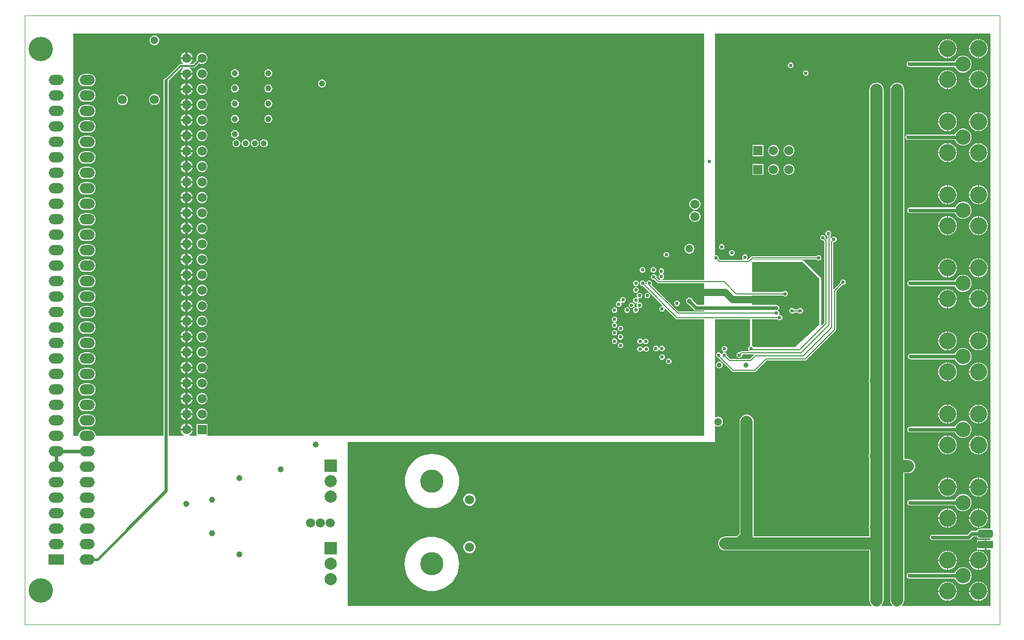
<source format=gbl>
G04*
G04 #@! TF.GenerationSoftware,Altium Limited,Altium Designer,22.6.1 (34)*
G04*
G04 Layer_Physical_Order=4*
G04 Layer_Color=16711680*
%FSLAX44Y44*%
%MOMM*%
G71*
G04*
G04 #@! TF.SameCoordinates,7EAFA6D0-7FEA-492A-8EC4-A6B53FA9F8CD*
G04*
G04*
G04 #@! TF.FilePolarity,Positive*
G04*
G01*
G75*
%ADD10C,0.6000*%
%ADD12C,0.2000*%
%ADD13C,0.1000*%
%ADD22C,1.0000*%
%ADD69C,0.3000*%
%ADD71C,0.5000*%
%ADD72C,2.0000*%
%ADD73C,0.4000*%
%ADD74C,4.0000*%
%ADD75C,1.5000*%
%ADD76R,1.5000X1.5000*%
%ADD77C,3.8000*%
%ADD78C,2.0000*%
%ADD79R,2.0000X2.0000*%
%ADD80C,2.8000*%
%ADD81C,2.5000*%
%ADD82R,1.5000X1.5000*%
%ADD83O,2.5000X1.7000*%
%ADD84R,2.5000X1.7000*%
%ADD85C,0.6000*%
%ADD86C,1.3000*%
%ADD87C,0.8000*%
G04:AMPARAMS|DCode=89|XSize=1.3mm|YSize=2.5mm|CornerRadius=0.325mm|HoleSize=0mm|Usage=FLASHONLY|Rotation=90.000|XOffset=0mm|YOffset=0mm|HoleType=Round|Shape=RoundedRectangle|*
%AMROUNDEDRECTD89*
21,1,1.3000,1.8500,0,0,90.0*
21,1,0.6500,2.5000,0,0,90.0*
1,1,0.6500,0.9250,0.3250*
1,1,0.6500,0.9250,-0.3250*
1,1,0.6500,-0.9250,-0.3250*
1,1,0.6500,-0.9250,0.3250*
%
%ADD89ROUNDEDRECTD89*%
%ADD90R,2.5000X1.3000*%
%ADD91C,1.2000*%
G36*
X1115000Y565549D02*
X1046918D01*
X1046665Y566819D01*
X1047549Y567185D01*
X1048815Y568451D01*
X1049500Y570105D01*
Y571895D01*
X1048815Y573549D01*
X1047549Y574815D01*
Y576185D01*
X1048815Y577451D01*
X1049500Y579105D01*
Y580895D01*
X1048815Y582549D01*
X1047549Y583815D01*
X1045895Y584500D01*
X1044105D01*
X1042451Y583815D01*
X1041185Y582549D01*
X1040500Y580895D01*
Y579105D01*
X1041185Y577451D01*
X1042451Y576185D01*
Y574815D01*
X1041185Y573549D01*
X1040500Y571895D01*
Y570105D01*
X1041185Y568451D01*
X1042451Y567185D01*
X1043335Y566819D01*
X1043082Y565549D01*
X1040834D01*
X1036889Y569494D01*
X1036889Y569494D01*
Y571284D01*
X1036204Y572938D01*
X1034938Y574204D01*
X1033284Y574889D01*
X1031494D01*
X1029840Y574204D01*
X1028574Y572938D01*
X1027889Y571284D01*
Y569494D01*
X1028574Y567840D01*
X1029840Y566574D01*
X1031494Y565889D01*
X1033284D01*
X1033284Y565889D01*
X1037976Y561198D01*
X1038803Y560645D01*
X1039778Y560451D01*
X1115000D01*
Y524588D01*
X1103901D01*
X1096500Y531989D01*
Y532094D01*
X1095663Y534115D01*
X1094116Y535663D01*
X1092094Y536500D01*
X1089906D01*
X1087885Y535663D01*
X1086337Y534115D01*
X1085500Y532094D01*
Y529906D01*
X1086337Y527884D01*
X1087885Y526337D01*
X1089906Y525500D01*
X1090011D01*
X1098756Y516756D01*
X1100244Y515761D01*
X1102000Y515412D01*
X1115000D01*
Y513549D01*
X1073056D01*
X1028914Y557691D01*
X1029500Y559105D01*
Y560895D01*
X1028815Y562549D01*
X1027549Y563815D01*
X1025895Y564500D01*
X1024105D01*
X1022451Y563815D01*
X1021185Y562549D01*
X1020500Y560895D01*
Y559105D01*
X1020644Y558756D01*
X1019568Y558037D01*
X1018500Y559105D01*
X1018500Y559105D01*
Y560895D01*
X1017815Y562549D01*
X1016549Y563815D01*
X1014895Y564500D01*
X1013105D01*
X1011451Y563815D01*
X1010185Y562549D01*
X1009500Y560895D01*
Y559105D01*
X1010185Y557451D01*
X1011451Y556185D01*
X1013105Y555500D01*
X1014895D01*
X1014895Y555500D01*
X1046625Y523770D01*
X1046099Y522500D01*
X1045105D01*
X1043451Y521815D01*
X1042185Y520549D01*
X1041500Y518895D01*
Y517105D01*
X1042185Y515451D01*
X1043451Y514185D01*
X1045105Y513500D01*
X1046895D01*
X1048549Y514185D01*
X1049815Y515451D01*
X1050500Y517105D01*
Y518099D01*
X1051770Y518625D01*
X1068448Y501948D01*
X1069275Y501395D01*
X1070250Y501201D01*
X1115000D01*
Y310000D01*
X300652D01*
X300000Y311000D01*
X300000Y311270D01*
Y329000D01*
X282000D01*
Y311270D01*
X282000Y311000D01*
X281348Y310000D01*
X270900D01*
X270559Y311270D01*
X271765Y311966D01*
X273634Y313835D01*
X274956Y316125D01*
X275458Y318000D01*
X265600D01*
X255742D01*
X256244Y316125D01*
X257566Y313835D01*
X259435Y311966D01*
X260641Y311270D01*
X260301Y310000D01*
X236078D01*
Y892753D01*
X257267Y913941D01*
X259852D01*
X260193Y912671D01*
X259435Y912234D01*
X257566Y910365D01*
X256244Y908075D01*
X255742Y906200D01*
X265600D01*
Y904200D01*
D01*
Y906200D01*
X275458D01*
X274956Y908075D01*
X273634Y910365D01*
X271765Y912234D01*
X271007Y912671D01*
X271348Y913941D01*
X277700D01*
X277700Y913941D01*
X278871Y914174D01*
X279863Y914837D01*
X286710Y921684D01*
X287526Y921213D01*
X289815Y920600D01*
X292185D01*
X294474Y921213D01*
X296526Y922398D01*
X298202Y924074D01*
X299387Y926126D01*
X300000Y928415D01*
Y930785D01*
X299387Y933074D01*
X298202Y935126D01*
X296526Y936802D01*
X294474Y937987D01*
X292185Y938600D01*
X289815D01*
X287526Y937987D01*
X285474Y936802D01*
X283798Y935126D01*
X282613Y933074D01*
X282000Y930785D01*
Y928415D01*
X282589Y926215D01*
X276433Y920059D01*
X271694D01*
X271354Y921329D01*
X271765Y921566D01*
X273634Y923435D01*
X274956Y925725D01*
X275458Y927600D01*
X265600D01*
X255742D01*
X256244Y925725D01*
X257566Y923435D01*
X259435Y921566D01*
X259846Y921329D01*
X259506Y920059D01*
X256000D01*
X256000Y920059D01*
X254830Y919826D01*
X253837Y919163D01*
X231691Y897017D01*
X230439Y896768D01*
X229116Y895884D01*
X228232Y894561D01*
X227922Y893000D01*
Y310000D01*
X116220D01*
X115943Y312111D01*
X114935Y314543D01*
X113332Y316632D01*
X111243Y318235D01*
X108811Y319242D01*
X106200Y319586D01*
X98200D01*
X95590Y319242D01*
X93157Y318235D01*
X91068Y316632D01*
X89465Y314543D01*
X88457Y312111D01*
X88180Y310000D01*
X80000D01*
Y970000D01*
X1115000D01*
Y565549D01*
D02*
G37*
G36*
X1276981Y594954D02*
X1277178Y594822D01*
X1303895Y568105D01*
X1304027Y567908D01*
X1304073Y567676D01*
Y492057D01*
X1304037Y491907D01*
X1304035Y491856D01*
X1304015Y491809D01*
X1304012Y491791D01*
X1264184Y455000D01*
X1196042D01*
X1195815Y455549D01*
X1194549Y456815D01*
X1193640Y457192D01*
Y501201D01*
X1235185D01*
X1235185Y501201D01*
X1236451Y499935D01*
X1238105Y499250D01*
X1239895D01*
X1241549Y499935D01*
X1242815Y501201D01*
X1243500Y502855D01*
Y504645D01*
X1242815Y506299D01*
X1241549Y507565D01*
X1239895Y508250D01*
X1239106D01*
X1238258Y509520D01*
X1238500Y510105D01*
Y511895D01*
X1237815Y513549D01*
X1236549Y514815D01*
X1236497Y514965D01*
X1236549Y516185D01*
X1236869Y516505D01*
X1237244Y516756D01*
X1237495Y517132D01*
X1237815Y517451D01*
X1237988Y517868D01*
X1238239Y518244D01*
X1238327Y518687D01*
X1238500Y519105D01*
Y519557D01*
X1238588Y520000D01*
X1238500Y520443D01*
Y520895D01*
X1238327Y521313D01*
X1238239Y521756D01*
X1237988Y522132D01*
X1237815Y522549D01*
X1237495Y522869D01*
X1237244Y523244D01*
X1236869Y523495D01*
X1236549Y523815D01*
X1236132Y523988D01*
X1235756Y524239D01*
X1235313Y524327D01*
X1234895Y524500D01*
X1234443D01*
X1234000Y524588D01*
X1193640D01*
Y540451D01*
X1244185D01*
X1244185Y540451D01*
X1245451Y539185D01*
X1247105Y538500D01*
X1248895D01*
X1250549Y539185D01*
X1251815Y540451D01*
X1252500Y542105D01*
Y543895D01*
X1251815Y545549D01*
X1250549Y546815D01*
X1248895Y547500D01*
X1247105D01*
X1245451Y546815D01*
X1244185Y545549D01*
X1244185Y545549D01*
X1193640D01*
Y595000D01*
X1276749D01*
X1276981Y594954D01*
D02*
G37*
G36*
X1585000Y157093D02*
X1567750D01*
X1565897Y156724D01*
X1564325Y155675D01*
X1563276Y154103D01*
X1563173Y153588D01*
X1555000D01*
X1553244Y153239D01*
X1551756Y152244D01*
X1547099Y147588D01*
X1490000D01*
X1489557Y147500D01*
X1489105D01*
X1488687Y147327D01*
X1488244Y147239D01*
X1487868Y146988D01*
X1487451Y146815D01*
X1487131Y146495D01*
X1486756Y146244D01*
X1486505Y145869D01*
X1486185Y145549D01*
X1486012Y145132D01*
X1485761Y144756D01*
X1485673Y144313D01*
X1485500Y143895D01*
Y143443D01*
X1485412Y143000D01*
X1485500Y142557D01*
Y142105D01*
X1485673Y141687D01*
X1485761Y141244D01*
X1486012Y140868D01*
X1486185Y140451D01*
X1486505Y140131D01*
X1486756Y139756D01*
X1487131Y139505D01*
X1487451Y139185D01*
X1487868Y139012D01*
X1488244Y138761D01*
X1488687Y138673D01*
X1489105Y138500D01*
X1489557D01*
X1490000Y138412D01*
X1549000D01*
X1550756Y138761D01*
X1552244Y139756D01*
X1556900Y144412D01*
X1563173D01*
X1563276Y143897D01*
X1564325Y142325D01*
X1565897Y141276D01*
X1567750Y140907D01*
X1585000D01*
Y139000D01*
X1578000D01*
Y131000D01*
Y123000D01*
X1585000D01*
Y30000D01*
X1439834D01*
X1439426Y31203D01*
X1440202Y31798D01*
X1442045Y34200D01*
X1443204Y36998D01*
X1443599Y40000D01*
Y248401D01*
X1450000D01*
X1453002Y248796D01*
X1455800Y249955D01*
X1458202Y251798D01*
X1460045Y254200D01*
X1461204Y256998D01*
X1461599Y260000D01*
X1461204Y263002D01*
X1460045Y265800D01*
X1458202Y268202D01*
X1455800Y270045D01*
X1453002Y271204D01*
X1450000Y271599D01*
X1443599D01*
Y278000D01*
Y399000D01*
X1443599Y399000D01*
Y521000D01*
X1443599Y642000D01*
Y878000D01*
X1443204Y881002D01*
X1442045Y883800D01*
X1440202Y886202D01*
X1437800Y888045D01*
X1435002Y889204D01*
X1432000Y889599D01*
X1428998Y889204D01*
X1426200Y888045D01*
X1423798Y886202D01*
X1421955Y883800D01*
X1420796Y881002D01*
X1420401Y878000D01*
Y642000D01*
X1420401Y521000D01*
Y399000D01*
X1420401Y399000D01*
X1420401Y399000D01*
Y278000D01*
Y260000D01*
X1420401Y260000D01*
X1420401Y260000D01*
Y40000D01*
X1420796Y36998D01*
X1421955Y34200D01*
X1423798Y31798D01*
X1424574Y31203D01*
X1424166Y30000D01*
X1405834D01*
X1405426Y31203D01*
X1406202Y31798D01*
X1408045Y34200D01*
X1409204Y36998D01*
X1409599Y40000D01*
Y133000D01*
Y160000D01*
Y277000D01*
X1409533Y277500D01*
X1409599Y278000D01*
X1409599Y278000D01*
Y399000D01*
X1409599Y399000D01*
X1409533Y399500D01*
X1409599Y400000D01*
Y522000D01*
Y642000D01*
Y760000D01*
X1409533Y760500D01*
X1409599Y761000D01*
Y878000D01*
X1409204Y881002D01*
X1408045Y883800D01*
X1406202Y886202D01*
X1403800Y888045D01*
X1401002Y889204D01*
X1398000Y889599D01*
X1394998Y889204D01*
X1392200Y888045D01*
X1389798Y886202D01*
X1387955Y883800D01*
X1386796Y881002D01*
X1386401Y878000D01*
Y761000D01*
X1386467Y760500D01*
X1386401Y760000D01*
Y642000D01*
Y522000D01*
Y404462D01*
X1385796Y403002D01*
X1385401Y400000D01*
X1385796Y396998D01*
X1386401Y395538D01*
Y281462D01*
X1385796Y280002D01*
X1385401Y277000D01*
X1385796Y273998D01*
X1386401Y272538D01*
Y164462D01*
X1385796Y163002D01*
X1385401Y160000D01*
X1385796Y156998D01*
X1386401Y155538D01*
Y144599D01*
X1196701D01*
X1196599Y144716D01*
X1196599Y144716D01*
Y333000D01*
X1196204Y336002D01*
X1195045Y338800D01*
X1193202Y341202D01*
X1190800Y343045D01*
X1188002Y344204D01*
X1185000Y344599D01*
X1181998Y344204D01*
X1179200Y343045D01*
X1176798Y341202D01*
X1174955Y338800D01*
X1173796Y336002D01*
X1173401Y333000D01*
Y149520D01*
X1168480Y144599D01*
X1150000D01*
X1146998Y144204D01*
X1144200Y143045D01*
X1141798Y141202D01*
X1139955Y138800D01*
X1138796Y136002D01*
X1138401Y133000D01*
X1138796Y129998D01*
X1139955Y127200D01*
X1141798Y124798D01*
X1144200Y122955D01*
X1146998Y121796D01*
X1150000Y121401D01*
X1173284D01*
X1173284Y121401D01*
X1173284Y121401D01*
X1386401D01*
Y40000D01*
X1386796Y36998D01*
X1387955Y34200D01*
X1389798Y31798D01*
X1390574Y31203D01*
X1390166Y30000D01*
X530000D01*
Y300000D01*
X1132722D01*
Y325343D01*
X1133992Y326076D01*
X1134912Y325545D01*
X1136947Y325000D01*
X1139053D01*
X1141088Y325545D01*
X1142912Y326598D01*
X1144402Y328088D01*
X1145455Y329912D01*
X1146000Y331947D01*
Y334053D01*
X1145455Y336088D01*
X1144402Y337912D01*
X1142912Y339402D01*
X1141088Y340455D01*
X1139053Y341000D01*
X1136947D01*
X1134912Y340455D01*
X1133992Y339924D01*
X1132722Y340657D01*
Y501201D01*
X1190581D01*
Y457283D01*
X1189451Y456815D01*
X1188185Y455549D01*
X1187500Y453895D01*
Y452105D01*
X1188185Y450451D01*
X1188817Y449819D01*
X1188291Y448549D01*
X1177000D01*
X1176024Y448355D01*
X1175198Y447802D01*
X1173895Y446500D01*
X1173895Y446500D01*
X1172105D01*
X1170451Y445815D01*
X1169185Y444549D01*
X1168500Y442895D01*
Y441105D01*
X1169185Y439451D01*
X1170451Y438185D01*
X1172105Y437500D01*
X1173895D01*
X1175549Y438185D01*
X1176815Y439451D01*
X1177500Y441105D01*
Y442895D01*
X1178603Y443451D01*
X1196050D01*
X1196576Y442181D01*
X1189944Y435549D01*
X1158056D01*
X1152500Y441105D01*
X1152500Y441105D01*
Y442895D01*
X1151815Y444549D01*
X1150549Y445815D01*
X1148895Y446500D01*
X1147105D01*
X1145451Y445815D01*
X1144185Y444549D01*
X1144135Y444428D01*
X1142865D01*
X1142815Y444549D01*
X1141549Y445815D01*
X1139895Y446500D01*
X1138105D01*
X1136451Y445815D01*
X1135185Y444549D01*
X1134500Y442895D01*
Y441105D01*
X1135185Y439451D01*
X1136451Y438185D01*
X1138105Y437500D01*
X1138895D01*
X1161198Y415198D01*
X1162025Y414645D01*
X1163000Y414451D01*
X1198000D01*
X1198976Y414645D01*
X1199802Y415198D01*
X1218056Y433451D01*
X1281000D01*
X1281975Y433645D01*
X1282802Y434198D01*
X1330802Y482198D01*
X1331355Y483025D01*
X1331549Y484000D01*
Y546944D01*
X1342105Y557500D01*
X1342105Y557500D01*
X1343895D01*
X1345549Y558185D01*
X1346815Y559451D01*
X1347500Y561105D01*
Y562895D01*
X1346815Y564549D01*
X1345549Y565815D01*
X1343895Y566500D01*
X1342105D01*
X1340451Y565815D01*
X1339185Y564549D01*
X1338500Y562895D01*
Y561105D01*
X1338500Y561105D01*
X1328319Y550924D01*
X1327049Y551450D01*
Y626327D01*
X1327105Y627500D01*
X1328895D01*
X1330549Y628185D01*
X1331815Y629451D01*
X1332500Y631105D01*
Y632895D01*
X1331815Y634549D01*
X1330549Y635815D01*
X1328895Y636500D01*
X1327105D01*
X1325451Y635815D01*
X1324185Y634549D01*
X1323819Y633665D01*
X1322549Y633918D01*
Y638828D01*
X1322490Y639126D01*
X1322815Y639451D01*
X1323500Y641105D01*
Y642895D01*
X1322815Y644549D01*
X1321549Y645815D01*
X1319895Y646500D01*
X1318105D01*
X1316451Y645815D01*
X1315185Y644549D01*
X1314500Y642895D01*
Y641105D01*
X1315185Y639451D01*
X1316451Y638185D01*
X1317451Y637771D01*
Y632950D01*
X1316181Y632424D01*
X1314500Y634105D01*
X1314500Y634105D01*
Y635895D01*
X1313815Y637549D01*
X1312549Y638815D01*
X1310895Y639500D01*
X1309105D01*
X1307451Y638815D01*
X1306185Y637549D01*
X1305500Y635895D01*
Y634105D01*
X1306185Y632451D01*
X1307451Y631185D01*
X1309105Y630500D01*
X1310895D01*
X1310895Y630500D01*
X1312451Y628944D01*
Y495056D01*
X1308185Y490790D01*
X1307697Y490958D01*
X1307421Y491121D01*
X1307051Y491452D01*
X1307057Y491592D01*
X1307091Y491735D01*
X1307093Y491786D01*
X1307087Y491824D01*
X1307094Y491856D01*
X1307093Y491861D01*
X1307132Y492057D01*
Y567676D01*
X1307073Y567971D01*
Y568273D01*
X1307027Y568505D01*
X1306911Y568783D01*
X1306899Y568847D01*
X1306863Y568900D01*
X1306734Y569212D01*
X1306721Y569275D01*
X1306685Y569329D01*
X1306570Y569607D01*
X1306439Y569804D01*
X1306226Y570017D01*
X1306058Y570267D01*
X1279341Y596985D01*
X1279090Y597153D01*
X1278877Y597365D01*
X1278680Y597497D01*
X1278680Y597497D01*
X1278680Y597497D01*
X1278402Y597612D01*
X1278348Y597648D01*
X1278285Y597661D01*
X1277973Y597790D01*
X1277919Y597826D01*
X1277856Y597839D01*
X1277578Y597954D01*
X1277578D01*
X1277578Y597954D01*
X1277346Y598000D01*
X1277044Y598000D01*
X1276749Y598059D01*
X1196528D01*
X1195878Y599329D01*
X1196135Y599686D01*
X1299088D01*
X1299185Y599451D01*
X1300451Y598185D01*
X1302105Y597500D01*
X1303895D01*
X1305549Y598185D01*
X1306815Y599451D01*
X1307500Y601105D01*
Y602895D01*
X1306815Y604549D01*
X1305549Y605815D01*
X1303895Y606500D01*
X1302105D01*
X1300451Y605815D01*
X1299420Y604784D01*
X1194346D01*
X1193370Y604590D01*
X1192543Y604037D01*
X1187055Y598549D01*
X1185709D01*
X1185183Y599819D01*
X1185815Y600451D01*
X1186500Y602105D01*
Y603895D01*
X1185815Y605549D01*
X1184549Y606815D01*
X1182895Y607500D01*
X1181105D01*
X1179451Y606815D01*
X1178185Y605549D01*
X1177500Y603895D01*
Y602105D01*
X1178185Y600451D01*
X1178817Y599819D01*
X1178291Y598549D01*
X1141278D01*
X1139111Y600716D01*
X1139111Y600716D01*
Y602506D01*
X1138426Y604160D01*
X1137160Y605426D01*
X1135506Y606111D01*
X1133716D01*
X1132722Y606775D01*
Y768000D01*
Y970000D01*
X1585000D01*
Y157093D01*
D02*
G37*
%LPC*%
G36*
X214053Y967000D02*
X211947D01*
X209912Y966455D01*
X208088Y965402D01*
X206598Y963912D01*
X205545Y962088D01*
X205000Y960053D01*
Y957947D01*
X205545Y955912D01*
X206598Y954088D01*
X208088Y952598D01*
X209912Y951545D01*
X211947Y951000D01*
X214053D01*
X216088Y951545D01*
X217912Y952598D01*
X219402Y954088D01*
X220455Y955912D01*
X221000Y957947D01*
Y960053D01*
X220455Y962088D01*
X219402Y963912D01*
X217912Y965402D01*
X216088Y966455D01*
X214053Y967000D01*
D02*
G37*
G36*
X267600Y939458D02*
Y931600D01*
X275458D01*
X274956Y933475D01*
X273634Y935765D01*
X271765Y937634D01*
X269475Y938956D01*
X267600Y939458D01*
D02*
G37*
G36*
X263600Y939458D02*
X261725Y938956D01*
X259435Y937634D01*
X257566Y935765D01*
X256244Y933475D01*
X255742Y931600D01*
X263600D01*
Y939458D01*
D02*
G37*
G36*
X400856Y911500D02*
X399144D01*
X397491Y911057D01*
X396009Y910201D01*
X394799Y908991D01*
X393943Y907509D01*
X393500Y905856D01*
Y904144D01*
X393943Y902491D01*
X394799Y901009D01*
X396009Y899799D01*
X397491Y898943D01*
X399144Y898500D01*
X400856D01*
X402509Y898943D01*
X403991Y899799D01*
X405201Y901009D01*
X406057Y902491D01*
X406500Y904144D01*
Y905856D01*
X406057Y907509D01*
X405201Y908991D01*
X403991Y910201D01*
X402509Y911057D01*
X400856Y911500D01*
D02*
G37*
G36*
X345856D02*
X344144D01*
X342491Y911057D01*
X341009Y910201D01*
X339799Y908991D01*
X338943Y907509D01*
X338500Y905856D01*
Y904144D01*
X338943Y902491D01*
X339799Y901009D01*
X341009Y899799D01*
X342491Y898943D01*
X344144Y898500D01*
X345856D01*
X347509Y898943D01*
X348991Y899799D01*
X350201Y901009D01*
X351057Y902491D01*
X351500Y904144D01*
Y905856D01*
X351057Y907509D01*
X350201Y908991D01*
X348991Y910201D01*
X347509Y911057D01*
X345856Y911500D01*
D02*
G37*
G36*
X292185Y913200D02*
X289815D01*
X287526Y912587D01*
X285474Y911402D01*
X283798Y909726D01*
X282613Y907674D01*
X282000Y905385D01*
Y903015D01*
X282613Y900726D01*
X283798Y898674D01*
X285474Y896998D01*
X287526Y895813D01*
X289815Y895200D01*
X292185D01*
X294474Y895813D01*
X296526Y896998D01*
X298202Y898674D01*
X299387Y900726D01*
X300000Y903015D01*
Y905385D01*
X299387Y907674D01*
X298202Y909726D01*
X296526Y911402D01*
X294474Y912587D01*
X292185Y913200D01*
D02*
G37*
G36*
X275458Y902200D02*
X267600D01*
Y894342D01*
X269475Y894844D01*
X271765Y896166D01*
X273634Y898035D01*
X274956Y900325D01*
X275458Y902200D01*
D02*
G37*
G36*
X263600D02*
X255742D01*
X256244Y900325D01*
X257566Y898035D01*
X259435Y896166D01*
X261725Y894844D01*
X263600Y894342D01*
Y902200D01*
D02*
G37*
G36*
X106200Y903786D02*
X98200D01*
X95590Y903443D01*
X93157Y902435D01*
X91068Y900832D01*
X89465Y898743D01*
X88457Y896311D01*
X88114Y893700D01*
X88457Y891089D01*
X89465Y888657D01*
X91068Y886568D01*
X93157Y884965D01*
X95590Y883957D01*
X98200Y883614D01*
X106200D01*
X108811Y883957D01*
X111243Y884965D01*
X113332Y886568D01*
X114935Y888657D01*
X115943Y891089D01*
X116286Y893700D01*
X115943Y896311D01*
X114935Y898743D01*
X113332Y900832D01*
X111243Y902435D01*
X108811Y903443D01*
X106200Y903786D01*
D02*
G37*
G36*
X488856Y894500D02*
X487144D01*
X485491Y894057D01*
X484009Y893201D01*
X482799Y891991D01*
X481943Y890509D01*
X481500Y888856D01*
Y887144D01*
X481943Y885491D01*
X482799Y884009D01*
X484009Y882799D01*
X485491Y881943D01*
X487144Y881500D01*
X488856D01*
X490509Y881943D01*
X491991Y882799D01*
X493201Y884009D01*
X494057Y885491D01*
X494500Y887144D01*
Y888856D01*
X494057Y890509D01*
X493201Y891991D01*
X491991Y893201D01*
X490509Y894057D01*
X488856Y894500D01*
D02*
G37*
G36*
X267600Y888658D02*
Y880800D01*
X275458D01*
X274956Y882675D01*
X273634Y884965D01*
X271765Y886834D01*
X269475Y888156D01*
X267600Y888658D01*
D02*
G37*
G36*
X263600D02*
X261725Y888156D01*
X259435Y886834D01*
X257566Y884965D01*
X256244Y882675D01*
X255742Y880800D01*
X263600D01*
Y888658D01*
D02*
G37*
G36*
X400856Y886500D02*
X399144D01*
X397491Y886057D01*
X396009Y885201D01*
X394799Y883991D01*
X393943Y882509D01*
X393500Y880856D01*
Y879144D01*
X393943Y877491D01*
X394799Y876009D01*
X396009Y874799D01*
X397491Y873943D01*
X399144Y873500D01*
X400856D01*
X402509Y873943D01*
X403991Y874799D01*
X405201Y876009D01*
X406057Y877491D01*
X406500Y879144D01*
Y880856D01*
X406057Y882509D01*
X405201Y883991D01*
X403991Y885201D01*
X402509Y886057D01*
X400856Y886500D01*
D02*
G37*
G36*
X345856D02*
X344144D01*
X342491Y886057D01*
X341009Y885201D01*
X339799Y883991D01*
X338943Y882509D01*
X338500Y880856D01*
Y879144D01*
X338943Y877491D01*
X339799Y876009D01*
X341009Y874799D01*
X342491Y873943D01*
X344144Y873500D01*
X345856D01*
X347509Y873943D01*
X348991Y874799D01*
X350201Y876009D01*
X351057Y877491D01*
X351500Y879144D01*
Y880856D01*
X351057Y882509D01*
X350201Y883991D01*
X348991Y885201D01*
X347509Y886057D01*
X345856Y886500D01*
D02*
G37*
G36*
X292185Y887800D02*
X289815D01*
X287526Y887187D01*
X285474Y886002D01*
X283798Y884326D01*
X282613Y882274D01*
X282000Y879985D01*
Y877615D01*
X282613Y875326D01*
X283798Y873274D01*
X285474Y871598D01*
X287526Y870413D01*
X289815Y869800D01*
X292185D01*
X294474Y870413D01*
X296526Y871598D01*
X298202Y873274D01*
X299387Y875326D01*
X300000Y877615D01*
Y879985D01*
X299387Y882274D01*
X298202Y884326D01*
X296526Y886002D01*
X294474Y887187D01*
X292185Y887800D01*
D02*
G37*
G36*
X275458Y876800D02*
X267600D01*
Y868942D01*
X269475Y869444D01*
X271765Y870766D01*
X273634Y872635D01*
X274956Y874925D01*
X275458Y876800D01*
D02*
G37*
G36*
X263600D02*
X255742D01*
X256244Y874925D01*
X257566Y872635D01*
X259435Y870766D01*
X261725Y869444D01*
X263600Y868942D01*
Y876800D01*
D02*
G37*
G36*
X106200Y878386D02*
X98200D01*
X95590Y878043D01*
X93157Y877035D01*
X91068Y875432D01*
X89465Y873343D01*
X88457Y870910D01*
X88114Y868300D01*
X88457Y865689D01*
X89465Y863257D01*
X91068Y861168D01*
X93157Y859565D01*
X95590Y858557D01*
X98200Y858214D01*
X106200D01*
X108811Y858557D01*
X111243Y859565D01*
X113332Y861168D01*
X114935Y863257D01*
X115943Y865689D01*
X116286Y868300D01*
X115943Y870910D01*
X114935Y873343D01*
X113332Y875432D01*
X111243Y877035D01*
X108811Y878043D01*
X106200Y878386D01*
D02*
G37*
G36*
X267600Y863258D02*
Y855400D01*
X275458D01*
X274956Y857275D01*
X273634Y859565D01*
X271765Y861434D01*
X269475Y862756D01*
X267600Y863258D01*
D02*
G37*
G36*
X263600D02*
X261725Y862756D01*
X259435Y861434D01*
X257566Y859565D01*
X256244Y857275D01*
X255742Y855400D01*
X263600D01*
Y863258D01*
D02*
G37*
G36*
X214185Y871000D02*
X211815D01*
X209526Y870387D01*
X207474Y869202D01*
X205798Y867526D01*
X204613Y865474D01*
X204000Y863185D01*
Y860815D01*
X204613Y858526D01*
X205798Y856474D01*
X207474Y854798D01*
X209526Y853613D01*
X211815Y853000D01*
X214185D01*
X216474Y853613D01*
X218526Y854798D01*
X220202Y856474D01*
X221387Y858526D01*
X222000Y860815D01*
Y863185D01*
X221387Y865474D01*
X220202Y867526D01*
X218526Y869202D01*
X216474Y870387D01*
X214185Y871000D01*
D02*
G37*
G36*
X161685Y870500D02*
X159315D01*
X157026Y869887D01*
X154974Y868702D01*
X153298Y867026D01*
X152113Y864974D01*
X151500Y862685D01*
Y860315D01*
X152113Y858026D01*
X153298Y855974D01*
X154974Y854298D01*
X157026Y853113D01*
X159315Y852500D01*
X161685D01*
X163974Y853113D01*
X166026Y854298D01*
X167702Y855974D01*
X168887Y858026D01*
X169500Y860315D01*
Y862685D01*
X168887Y864974D01*
X167702Y867026D01*
X166026Y868702D01*
X163974Y869887D01*
X161685Y870500D01*
D02*
G37*
G36*
X400856Y861500D02*
X399144D01*
X397491Y861057D01*
X396009Y860201D01*
X394799Y858991D01*
X393943Y857509D01*
X393500Y855856D01*
Y854144D01*
X393943Y852491D01*
X394799Y851009D01*
X396009Y849799D01*
X397491Y848943D01*
X399144Y848500D01*
X400856D01*
X402509Y848943D01*
X403991Y849799D01*
X405201Y851009D01*
X406057Y852491D01*
X406500Y854144D01*
Y855856D01*
X406057Y857509D01*
X405201Y858991D01*
X403991Y860201D01*
X402509Y861057D01*
X400856Y861500D01*
D02*
G37*
G36*
X345856D02*
X344144D01*
X342491Y861057D01*
X341009Y860201D01*
X339799Y858991D01*
X338943Y857509D01*
X338500Y855856D01*
Y854144D01*
X338943Y852491D01*
X339799Y851009D01*
X341009Y849799D01*
X342491Y848943D01*
X344144Y848500D01*
X345856D01*
X347509Y848943D01*
X348991Y849799D01*
X350201Y851009D01*
X351057Y852491D01*
X351500Y854144D01*
Y855856D01*
X351057Y857509D01*
X350201Y858991D01*
X348991Y860201D01*
X347509Y861057D01*
X345856Y861500D01*
D02*
G37*
G36*
X292185Y862400D02*
X289815D01*
X287526Y861787D01*
X285474Y860602D01*
X283798Y858926D01*
X282613Y856874D01*
X282000Y854585D01*
Y852215D01*
X282613Y849926D01*
X283798Y847874D01*
X285474Y846198D01*
X287526Y845013D01*
X289815Y844400D01*
X292185D01*
X294474Y845013D01*
X296526Y846198D01*
X298202Y847874D01*
X299387Y849926D01*
X300000Y852215D01*
Y854585D01*
X299387Y856874D01*
X298202Y858926D01*
X296526Y860602D01*
X294474Y861787D01*
X292185Y862400D01*
D02*
G37*
G36*
X275458Y851400D02*
X267600D01*
Y843542D01*
X269475Y844044D01*
X271765Y845366D01*
X273634Y847235D01*
X274956Y849525D01*
X275458Y851400D01*
D02*
G37*
G36*
X263600D02*
X255742D01*
X256244Y849525D01*
X257566Y847235D01*
X259435Y845366D01*
X261725Y844044D01*
X263600Y843542D01*
Y851400D01*
D02*
G37*
G36*
X106200Y852986D02*
X98200D01*
X95590Y852643D01*
X93157Y851635D01*
X91068Y850032D01*
X89465Y847943D01*
X88457Y845510D01*
X88114Y842900D01*
X88457Y840290D01*
X89465Y837857D01*
X91068Y835768D01*
X93157Y834165D01*
X95590Y833157D01*
X98200Y832814D01*
X106200D01*
X108811Y833157D01*
X111243Y834165D01*
X113332Y835768D01*
X114935Y837857D01*
X115943Y840290D01*
X116286Y842900D01*
X115943Y845510D01*
X114935Y847943D01*
X113332Y850032D01*
X111243Y851635D01*
X108811Y852643D01*
X106200Y852986D01*
D02*
G37*
G36*
X267600Y837858D02*
Y830000D01*
X275458D01*
X274956Y831875D01*
X273634Y834165D01*
X271765Y836034D01*
X269475Y837356D01*
X267600Y837858D01*
D02*
G37*
G36*
X263600D02*
X261725Y837356D01*
X259435Y836034D01*
X257566Y834165D01*
X256244Y831875D01*
X255742Y830000D01*
X263600D01*
Y837858D01*
D02*
G37*
G36*
X400856Y836500D02*
X399144D01*
X397491Y836057D01*
X396009Y835201D01*
X394799Y833991D01*
X393943Y832509D01*
X393500Y830856D01*
Y829144D01*
X393943Y827491D01*
X394799Y826009D01*
X396009Y824799D01*
X397491Y823943D01*
X399144Y823500D01*
X400856D01*
X402509Y823943D01*
X403991Y824799D01*
X405201Y826009D01*
X406057Y827491D01*
X406500Y829144D01*
Y830856D01*
X406057Y832509D01*
X405201Y833991D01*
X403991Y835201D01*
X402509Y836057D01*
X400856Y836500D01*
D02*
G37*
G36*
X345856D02*
X344144D01*
X342491Y836057D01*
X341009Y835201D01*
X339799Y833991D01*
X338943Y832509D01*
X338500Y830856D01*
Y829144D01*
X338943Y827491D01*
X339799Y826009D01*
X341009Y824799D01*
X342491Y823943D01*
X344144Y823500D01*
X345856D01*
X347509Y823943D01*
X348991Y824799D01*
X350201Y826009D01*
X351057Y827491D01*
X351500Y829144D01*
Y830856D01*
X351057Y832509D01*
X350201Y833991D01*
X348991Y835201D01*
X347509Y836057D01*
X345856Y836500D01*
D02*
G37*
G36*
X292185Y837000D02*
X289815D01*
X287526Y836387D01*
X285474Y835202D01*
X283798Y833526D01*
X282613Y831474D01*
X282000Y829185D01*
Y826815D01*
X282613Y824526D01*
X283798Y822474D01*
X285474Y820798D01*
X287526Y819613D01*
X289815Y819000D01*
X292185D01*
X294474Y819613D01*
X296526Y820798D01*
X298202Y822474D01*
X299387Y824526D01*
X300000Y826815D01*
Y829185D01*
X299387Y831474D01*
X298202Y833526D01*
X296526Y835202D01*
X294474Y836387D01*
X292185Y837000D01*
D02*
G37*
G36*
X275458Y826000D02*
X267600D01*
Y818142D01*
X269475Y818644D01*
X271765Y819966D01*
X273634Y821835D01*
X274956Y824125D01*
X275458Y826000D01*
D02*
G37*
G36*
X263600D02*
X255742D01*
X256244Y824125D01*
X257566Y821835D01*
X259435Y819966D01*
X261725Y818644D01*
X263600Y818142D01*
Y826000D01*
D02*
G37*
G36*
X106200Y827586D02*
X98200D01*
X95590Y827243D01*
X93157Y826235D01*
X91068Y824632D01*
X89465Y822543D01*
X88457Y820110D01*
X88114Y817500D01*
X88457Y814890D01*
X89465Y812457D01*
X91068Y810368D01*
X93157Y808765D01*
X95590Y807757D01*
X98200Y807414D01*
X106200D01*
X108811Y807757D01*
X111243Y808765D01*
X113332Y810368D01*
X114935Y812457D01*
X115943Y814890D01*
X116286Y817500D01*
X115943Y820110D01*
X114935Y822543D01*
X113332Y824632D01*
X111243Y826235D01*
X108811Y827243D01*
X106200Y827586D01*
D02*
G37*
G36*
X267600Y812458D02*
Y804600D01*
X275458D01*
X274956Y806475D01*
X273634Y808765D01*
X271765Y810634D01*
X269475Y811956D01*
X267600Y812458D01*
D02*
G37*
G36*
X263600D02*
X261725Y811956D01*
X259435Y810634D01*
X257566Y808765D01*
X256244Y806475D01*
X255742Y804600D01*
X263600D01*
Y812458D01*
D02*
G37*
G36*
X345856Y811500D02*
X344144D01*
X342491Y811057D01*
X341009Y810201D01*
X339799Y808991D01*
X338943Y807509D01*
X338500Y805856D01*
Y804144D01*
X338943Y802491D01*
X339799Y801009D01*
X341009Y799799D01*
X342491Y798943D01*
X344144Y798500D01*
X345856D01*
X347509Y798943D01*
X348991Y799799D01*
X350201Y801009D01*
X351057Y802491D01*
X351500Y804144D01*
Y805856D01*
X351057Y807509D01*
X350201Y808991D01*
X348991Y810201D01*
X347509Y811057D01*
X345856Y811500D01*
D02*
G37*
G36*
X292185Y811600D02*
X289815D01*
X287526Y810987D01*
X285474Y809802D01*
X283798Y808126D01*
X282613Y806074D01*
X282000Y803785D01*
Y801415D01*
X282613Y799126D01*
X283798Y797074D01*
X285474Y795398D01*
X287526Y794213D01*
X289815Y793600D01*
X292185D01*
X294474Y794213D01*
X296526Y795398D01*
X298202Y797074D01*
X299387Y799126D01*
X300000Y801415D01*
Y803785D01*
X299387Y806074D01*
X298202Y808126D01*
X296526Y809802D01*
X294474Y810987D01*
X292185Y811600D01*
D02*
G37*
G36*
X275458Y800600D02*
X267600D01*
Y792742D01*
X269475Y793244D01*
X271765Y794566D01*
X273634Y796435D01*
X274956Y798725D01*
X275458Y800600D01*
D02*
G37*
G36*
X263600D02*
X255742D01*
X256244Y798725D01*
X257566Y796435D01*
X259435Y794566D01*
X261725Y793244D01*
X263600Y792742D01*
Y800600D01*
D02*
G37*
G36*
X393356Y796500D02*
X391644D01*
X389991Y796057D01*
X388509Y795201D01*
X387299Y793991D01*
X386443Y792509D01*
X386000Y790856D01*
Y789144D01*
X386443Y787491D01*
X387299Y786009D01*
X388509Y784799D01*
X389991Y783943D01*
X391644Y783500D01*
X393356D01*
X395009Y783943D01*
X396491Y784799D01*
X397701Y786009D01*
X398557Y787491D01*
X399000Y789144D01*
Y790856D01*
X398557Y792509D01*
X397701Y793991D01*
X396491Y795201D01*
X395009Y796057D01*
X393356Y796500D01*
D02*
G37*
G36*
X378356D02*
X376644D01*
X374991Y796057D01*
X373509Y795201D01*
X372299Y793991D01*
X371443Y792509D01*
X371000Y790856D01*
Y789144D01*
X371443Y787491D01*
X372299Y786009D01*
X373509Y784799D01*
X374991Y783943D01*
X376644Y783500D01*
X378356D01*
X380009Y783943D01*
X381491Y784799D01*
X382701Y786009D01*
X383557Y787491D01*
X384000Y789144D01*
Y790856D01*
X383557Y792509D01*
X382701Y793991D01*
X381491Y795201D01*
X380009Y796057D01*
X378356Y796500D01*
D02*
G37*
G36*
X363356D02*
X361644D01*
X359991Y796057D01*
X358509Y795201D01*
X357299Y793991D01*
X356443Y792509D01*
X356000Y790856D01*
Y789144D01*
X356443Y787491D01*
X357299Y786009D01*
X358509Y784799D01*
X359991Y783943D01*
X361644Y783500D01*
X363356D01*
X365009Y783943D01*
X366491Y784799D01*
X367701Y786009D01*
X368557Y787491D01*
X369000Y789144D01*
Y790856D01*
X368557Y792509D01*
X367701Y793991D01*
X366491Y795201D01*
X365009Y796057D01*
X363356Y796500D01*
D02*
G37*
G36*
X348356D02*
X346644D01*
X344991Y796057D01*
X343509Y795201D01*
X342299Y793991D01*
X341443Y792509D01*
X341000Y790856D01*
Y789144D01*
X341443Y787491D01*
X342299Y786009D01*
X343509Y784799D01*
X344991Y783943D01*
X346644Y783500D01*
X348356D01*
X350009Y783943D01*
X351491Y784799D01*
X352701Y786009D01*
X353557Y787491D01*
X354000Y789144D01*
Y790856D01*
X353557Y792509D01*
X352701Y793991D01*
X351491Y795201D01*
X350009Y796057D01*
X348356Y796500D01*
D02*
G37*
G36*
X106200Y802186D02*
X98200D01*
X95590Y801842D01*
X93157Y800835D01*
X91068Y799232D01*
X89465Y797143D01*
X88457Y794710D01*
X88114Y792100D01*
X88457Y789490D01*
X89465Y787057D01*
X91068Y784968D01*
X93157Y783365D01*
X95590Y782357D01*
X98200Y782014D01*
X106200D01*
X108811Y782357D01*
X111243Y783365D01*
X113332Y784968D01*
X114935Y787057D01*
X115943Y789490D01*
X116286Y792100D01*
X115943Y794710D01*
X114935Y797143D01*
X113332Y799232D01*
X111243Y800835D01*
X108811Y801842D01*
X106200Y802186D01*
D02*
G37*
G36*
X267600Y787058D02*
Y779200D01*
X275458D01*
X274956Y781075D01*
X273634Y783365D01*
X271765Y785234D01*
X269475Y786556D01*
X267600Y787058D01*
D02*
G37*
G36*
X263600D02*
X261725Y786556D01*
X259435Y785234D01*
X257566Y783365D01*
X256244Y781075D01*
X255742Y779200D01*
X263600D01*
Y787058D01*
D02*
G37*
G36*
X292185Y786200D02*
X289815D01*
X287526Y785587D01*
X285474Y784402D01*
X283798Y782726D01*
X282613Y780674D01*
X282000Y778385D01*
Y776015D01*
X282613Y773726D01*
X283798Y771674D01*
X285474Y769998D01*
X287526Y768813D01*
X289815Y768200D01*
X292185D01*
X294474Y768813D01*
X296526Y769998D01*
X298202Y771674D01*
X299387Y773726D01*
X300000Y776015D01*
Y778385D01*
X299387Y780674D01*
X298202Y782726D01*
X296526Y784402D01*
X294474Y785587D01*
X292185Y786200D01*
D02*
G37*
G36*
X275458Y775200D02*
X267600D01*
Y767342D01*
X269475Y767844D01*
X271765Y769166D01*
X273634Y771035D01*
X274956Y773325D01*
X275458Y775200D01*
D02*
G37*
G36*
X263600D02*
X255742D01*
X256244Y773325D01*
X257566Y771035D01*
X259435Y769166D01*
X261725Y767844D01*
X263600Y767342D01*
Y775200D01*
D02*
G37*
G36*
X106200Y776786D02*
X98200D01*
X95590Y776442D01*
X93157Y775435D01*
X91068Y773832D01*
X89465Y771743D01*
X88457Y769311D01*
X88114Y766700D01*
X88457Y764090D01*
X89465Y761657D01*
X91068Y759568D01*
X93157Y757965D01*
X95590Y756957D01*
X98200Y756614D01*
X106200D01*
X108811Y756957D01*
X111243Y757965D01*
X113332Y759568D01*
X114935Y761657D01*
X115943Y764090D01*
X116286Y766700D01*
X115943Y769311D01*
X114935Y771743D01*
X113332Y773832D01*
X111243Y775435D01*
X108811Y776442D01*
X106200Y776786D01*
D02*
G37*
G36*
X267600Y761658D02*
Y753800D01*
X275458D01*
X274956Y755675D01*
X273634Y757965D01*
X271765Y759834D01*
X269475Y761156D01*
X267600Y761658D01*
D02*
G37*
G36*
X263600D02*
X261725Y761156D01*
X259435Y759834D01*
X257566Y757965D01*
X256244Y755675D01*
X255742Y753800D01*
X263600D01*
Y761658D01*
D02*
G37*
G36*
X292185Y760800D02*
X289815D01*
X287526Y760187D01*
X285474Y759002D01*
X283798Y757326D01*
X282613Y755274D01*
X282000Y752985D01*
Y750615D01*
X282613Y748326D01*
X283798Y746274D01*
X285474Y744598D01*
X287526Y743413D01*
X289815Y742800D01*
X292185D01*
X294474Y743413D01*
X296526Y744598D01*
X298202Y746274D01*
X299387Y748326D01*
X300000Y750615D01*
Y752985D01*
X299387Y755274D01*
X298202Y757326D01*
X296526Y759002D01*
X294474Y760187D01*
X292185Y760800D01*
D02*
G37*
G36*
X275458Y749800D02*
X267600D01*
Y741942D01*
X269475Y742444D01*
X271765Y743766D01*
X273634Y745635D01*
X274956Y747925D01*
X275458Y749800D01*
D02*
G37*
G36*
X263600D02*
X255742D01*
X256244Y747925D01*
X257566Y745635D01*
X259435Y743766D01*
X261725Y742444D01*
X263600Y741942D01*
Y749800D01*
D02*
G37*
G36*
X106200Y751386D02*
X98200D01*
X95590Y751042D01*
X93157Y750035D01*
X91068Y748432D01*
X89465Y746343D01*
X88457Y743911D01*
X88114Y741300D01*
X88457Y738689D01*
X89465Y736257D01*
X91068Y734168D01*
X93157Y732565D01*
X95590Y731557D01*
X98200Y731214D01*
X106200D01*
X108811Y731557D01*
X111243Y732565D01*
X113332Y734168D01*
X114935Y736257D01*
X115943Y738689D01*
X116286Y741300D01*
X115943Y743911D01*
X114935Y746343D01*
X113332Y748432D01*
X111243Y750035D01*
X108811Y751042D01*
X106200Y751386D01*
D02*
G37*
G36*
X267600Y736258D02*
Y728400D01*
X275458D01*
X274956Y730275D01*
X273634Y732565D01*
X271765Y734434D01*
X269475Y735756D01*
X267600Y736258D01*
D02*
G37*
G36*
X263600D02*
X261725Y735756D01*
X259435Y734434D01*
X257566Y732565D01*
X256244Y730275D01*
X255742Y728400D01*
X263600D01*
Y736258D01*
D02*
G37*
G36*
X292185Y735400D02*
X289815D01*
X287526Y734787D01*
X285474Y733602D01*
X283798Y731926D01*
X282613Y729874D01*
X282000Y727585D01*
Y725215D01*
X282613Y722926D01*
X283798Y720874D01*
X285474Y719198D01*
X287526Y718013D01*
X289815Y717400D01*
X292185D01*
X294474Y718013D01*
X296526Y719198D01*
X298202Y720874D01*
X299387Y722926D01*
X300000Y725215D01*
Y727585D01*
X299387Y729874D01*
X298202Y731926D01*
X296526Y733602D01*
X294474Y734787D01*
X292185Y735400D01*
D02*
G37*
G36*
X275458Y724400D02*
X267600D01*
Y716542D01*
X269475Y717044D01*
X271765Y718366D01*
X273634Y720235D01*
X274956Y722525D01*
X275458Y724400D01*
D02*
G37*
G36*
X263600D02*
X255742D01*
X256244Y722525D01*
X257566Y720235D01*
X259435Y718366D01*
X261725Y717044D01*
X263600Y716542D01*
Y724400D01*
D02*
G37*
G36*
X106200Y725986D02*
X98200D01*
X95590Y725642D01*
X93157Y724635D01*
X91068Y723032D01*
X89465Y720943D01*
X88457Y718511D01*
X88114Y715900D01*
X88457Y713289D01*
X89465Y710857D01*
X91068Y708768D01*
X93157Y707165D01*
X95590Y706157D01*
X98200Y705814D01*
X106200D01*
X108811Y706157D01*
X111243Y707165D01*
X113332Y708768D01*
X114935Y710857D01*
X115943Y713289D01*
X116286Y715900D01*
X115943Y718511D01*
X114935Y720943D01*
X113332Y723032D01*
X111243Y724635D01*
X108811Y725642D01*
X106200Y725986D01*
D02*
G37*
G36*
X267600Y710858D02*
Y703000D01*
X275458D01*
X274956Y704875D01*
X273634Y707165D01*
X271765Y709034D01*
X269475Y710356D01*
X267600Y710858D01*
D02*
G37*
G36*
X263600D02*
X261725Y710356D01*
X259435Y709034D01*
X257566Y707165D01*
X256244Y704875D01*
X255742Y703000D01*
X263600D01*
Y710858D01*
D02*
G37*
G36*
X292185Y710000D02*
X289815D01*
X287526Y709387D01*
X285474Y708202D01*
X283798Y706526D01*
X282613Y704474D01*
X282000Y702185D01*
Y699815D01*
X282613Y697526D01*
X283798Y695474D01*
X285474Y693798D01*
X287526Y692613D01*
X289815Y692000D01*
X292185D01*
X294474Y692613D01*
X296526Y693798D01*
X298202Y695474D01*
X299387Y697526D01*
X300000Y699815D01*
Y702185D01*
X299387Y704474D01*
X298202Y706526D01*
X296526Y708202D01*
X294474Y709387D01*
X292185Y710000D01*
D02*
G37*
G36*
X275458Y699000D02*
X267600D01*
Y691142D01*
X269475Y691644D01*
X271765Y692966D01*
X273634Y694835D01*
X274956Y697125D01*
X275458Y699000D01*
D02*
G37*
G36*
X263600D02*
X255742D01*
X256244Y697125D01*
X257566Y694835D01*
X259435Y692966D01*
X261725Y691644D01*
X263600Y691142D01*
Y699000D01*
D02*
G37*
G36*
X1101185Y699000D02*
X1098815D01*
X1096526Y698387D01*
X1094474Y697202D01*
X1092798Y695526D01*
X1091613Y693474D01*
X1091000Y691185D01*
Y688815D01*
X1091613Y686526D01*
X1092798Y684474D01*
X1094474Y682798D01*
X1096526Y681613D01*
X1098815Y681000D01*
X1101185D01*
X1103474Y681613D01*
X1105526Y682798D01*
X1107202Y684474D01*
X1108387Y686526D01*
X1109000Y688815D01*
Y691185D01*
X1108387Y693474D01*
X1107202Y695526D01*
X1105526Y697202D01*
X1103474Y698387D01*
X1101185Y699000D01*
D02*
G37*
G36*
X106200Y700586D02*
X98200D01*
X95590Y700242D01*
X93157Y699235D01*
X91068Y697632D01*
X89465Y695543D01*
X88457Y693111D01*
X88114Y690500D01*
X88457Y687889D01*
X89465Y685457D01*
X91068Y683368D01*
X93157Y681765D01*
X95590Y680757D01*
X98200Y680414D01*
X106200D01*
X108811Y680757D01*
X111243Y681765D01*
X113332Y683368D01*
X114935Y685457D01*
X115943Y687889D01*
X116286Y690500D01*
X115943Y693111D01*
X114935Y695543D01*
X113332Y697632D01*
X111243Y699235D01*
X108811Y700242D01*
X106200Y700586D01*
D02*
G37*
G36*
X267600Y685458D02*
Y677600D01*
X275458D01*
X274956Y679475D01*
X273634Y681765D01*
X271765Y683634D01*
X269475Y684956D01*
X267600Y685458D01*
D02*
G37*
G36*
X263600D02*
X261725Y684956D01*
X259435Y683634D01*
X257566Y681765D01*
X256244Y679475D01*
X255742Y677600D01*
X263600D01*
Y685458D01*
D02*
G37*
G36*
X292185Y684600D02*
X289815D01*
X287526Y683987D01*
X285474Y682802D01*
X283798Y681126D01*
X282613Y679074D01*
X282000Y676785D01*
Y674415D01*
X282613Y672126D01*
X283798Y670074D01*
X285474Y668398D01*
X287526Y667213D01*
X289815Y666600D01*
X292185D01*
X294474Y667213D01*
X296526Y668398D01*
X298202Y670074D01*
X299387Y672126D01*
X300000Y674415D01*
Y676785D01*
X299387Y679074D01*
X298202Y681126D01*
X296526Y682802D01*
X294474Y683987D01*
X292185Y684600D01*
D02*
G37*
G36*
X275458Y673600D02*
X267600D01*
Y665742D01*
X269475Y666244D01*
X271765Y667566D01*
X273634Y669435D01*
X274956Y671725D01*
X275458Y673600D01*
D02*
G37*
G36*
X263600D02*
X255742D01*
X256244Y671725D01*
X257566Y669435D01*
X259435Y667566D01*
X261725Y666244D01*
X263600Y665742D01*
Y673600D01*
D02*
G37*
G36*
X1101185Y679000D02*
X1098815D01*
X1096526Y678387D01*
X1094474Y677202D01*
X1092798Y675526D01*
X1091613Y673474D01*
X1091000Y671185D01*
Y668815D01*
X1091613Y666526D01*
X1092798Y664474D01*
X1094474Y662798D01*
X1096526Y661613D01*
X1098815Y661000D01*
X1101185D01*
X1103474Y661613D01*
X1105526Y662798D01*
X1107202Y664474D01*
X1108387Y666526D01*
X1109000Y668815D01*
Y671185D01*
X1108387Y673474D01*
X1107202Y675526D01*
X1105526Y677202D01*
X1103474Y678387D01*
X1101185Y679000D01*
D02*
G37*
G36*
X106200Y675186D02*
X98200D01*
X95590Y674843D01*
X93157Y673835D01*
X91068Y672232D01*
X89465Y670143D01*
X88457Y667710D01*
X88114Y665100D01*
X88457Y662489D01*
X89465Y660057D01*
X91068Y657968D01*
X93157Y656365D01*
X95590Y655357D01*
X98200Y655014D01*
X106200D01*
X108811Y655357D01*
X111243Y656365D01*
X113332Y657968D01*
X114935Y660057D01*
X115943Y662489D01*
X116286Y665100D01*
X115943Y667710D01*
X114935Y670143D01*
X113332Y672232D01*
X111243Y673835D01*
X108811Y674843D01*
X106200Y675186D01*
D02*
G37*
G36*
X267600Y660058D02*
Y652200D01*
X275458D01*
X274956Y654075D01*
X273634Y656365D01*
X271765Y658234D01*
X269475Y659556D01*
X267600Y660058D01*
D02*
G37*
G36*
X263600D02*
X261725Y659556D01*
X259435Y658234D01*
X257566Y656365D01*
X256244Y654075D01*
X255742Y652200D01*
X263600D01*
Y660058D01*
D02*
G37*
G36*
X292185Y659200D02*
X289815D01*
X287526Y658587D01*
X285474Y657402D01*
X283798Y655726D01*
X282613Y653674D01*
X282000Y651385D01*
Y649015D01*
X282613Y646726D01*
X283798Y644674D01*
X285474Y642998D01*
X287526Y641813D01*
X289815Y641200D01*
X292185D01*
X294474Y641813D01*
X296526Y642998D01*
X298202Y644674D01*
X299387Y646726D01*
X300000Y649015D01*
Y651385D01*
X299387Y653674D01*
X298202Y655726D01*
X296526Y657402D01*
X294474Y658587D01*
X292185Y659200D01*
D02*
G37*
G36*
X275458Y648200D02*
X267600D01*
Y640342D01*
X269475Y640844D01*
X271765Y642166D01*
X273634Y644035D01*
X274956Y646325D01*
X275458Y648200D01*
D02*
G37*
G36*
X263600D02*
X255742D01*
X256244Y646325D01*
X257566Y644035D01*
X259435Y642166D01*
X261725Y640844D01*
X263600Y640342D01*
Y648200D01*
D02*
G37*
G36*
X106200Y649786D02*
X98200D01*
X95590Y649443D01*
X93157Y648435D01*
X91068Y646832D01*
X89465Y644743D01*
X88457Y642310D01*
X88114Y639700D01*
X88457Y637090D01*
X89465Y634657D01*
X91068Y632568D01*
X93157Y630965D01*
X95590Y629957D01*
X98200Y629614D01*
X106200D01*
X108811Y629957D01*
X111243Y630965D01*
X113332Y632568D01*
X114935Y634657D01*
X115943Y637090D01*
X116286Y639700D01*
X115943Y642310D01*
X114935Y644743D01*
X113332Y646832D01*
X111243Y648435D01*
X108811Y649443D01*
X106200Y649786D01*
D02*
G37*
G36*
X267600Y634658D02*
Y626800D01*
X275458D01*
X274956Y628675D01*
X273634Y630965D01*
X271765Y632834D01*
X269475Y634156D01*
X267600Y634658D01*
D02*
G37*
G36*
X263600D02*
X261725Y634156D01*
X259435Y632834D01*
X257566Y630965D01*
X256244Y628675D01*
X255742Y626800D01*
X263600D01*
Y634658D01*
D02*
G37*
G36*
X292185Y633800D02*
X289815D01*
X287526Y633187D01*
X285474Y632002D01*
X283798Y630326D01*
X282613Y628274D01*
X282000Y625985D01*
Y623615D01*
X282613Y621326D01*
X283798Y619274D01*
X285474Y617598D01*
X287526Y616413D01*
X289815Y615800D01*
X292185D01*
X294474Y616413D01*
X296526Y617598D01*
X298202Y619274D01*
X299387Y621326D01*
X300000Y623615D01*
Y625985D01*
X299387Y628274D01*
X298202Y630326D01*
X296526Y632002D01*
X294474Y633187D01*
X292185Y633800D01*
D02*
G37*
G36*
X275458Y622800D02*
X267600D01*
Y614942D01*
X269475Y615444D01*
X271765Y616766D01*
X273634Y618635D01*
X274956Y620925D01*
X275458Y622800D01*
D02*
G37*
G36*
X263600D02*
X255742D01*
X256244Y620925D01*
X257566Y618635D01*
X259435Y616766D01*
X261725Y615444D01*
X263600Y614942D01*
Y622800D01*
D02*
G37*
G36*
X1092053Y625000D02*
X1089947D01*
X1087912Y624455D01*
X1086088Y623402D01*
X1084598Y621912D01*
X1083545Y620088D01*
X1083000Y618053D01*
Y615947D01*
X1083545Y613912D01*
X1084598Y612088D01*
X1086088Y610598D01*
X1087912Y609545D01*
X1089947Y609000D01*
X1092053D01*
X1094088Y609545D01*
X1095912Y610598D01*
X1097402Y612088D01*
X1098455Y613912D01*
X1099000Y615947D01*
Y618053D01*
X1098455Y620088D01*
X1097402Y621912D01*
X1095912Y623402D01*
X1094088Y624455D01*
X1092053Y625000D01*
D02*
G37*
G36*
X106200Y624386D02*
X98200D01*
X95590Y624043D01*
X93157Y623035D01*
X91068Y621432D01*
X89465Y619343D01*
X88457Y616911D01*
X88114Y614300D01*
X88457Y611689D01*
X89465Y609257D01*
X91068Y607168D01*
X93157Y605565D01*
X95590Y604557D01*
X98200Y604214D01*
X106200D01*
X108811Y604557D01*
X111243Y605565D01*
X113332Y607168D01*
X114935Y609257D01*
X115943Y611689D01*
X116286Y614300D01*
X115943Y616911D01*
X114935Y619343D01*
X113332Y621432D01*
X111243Y623035D01*
X108811Y624043D01*
X106200Y624386D01*
D02*
G37*
G36*
X1053895Y611500D02*
X1052105D01*
X1050451Y610815D01*
X1049185Y609549D01*
X1048500Y607895D01*
Y606105D01*
X1049185Y604451D01*
X1050451Y603185D01*
X1052105Y602500D01*
X1053895D01*
X1055549Y603185D01*
X1056815Y604451D01*
X1057500Y606105D01*
Y607895D01*
X1056815Y609549D01*
X1055549Y610815D01*
X1053895Y611500D01*
D02*
G37*
G36*
X267600Y609258D02*
Y601400D01*
X275458D01*
X274956Y603275D01*
X273634Y605565D01*
X271765Y607434D01*
X269475Y608756D01*
X267600Y609258D01*
D02*
G37*
G36*
X263600D02*
X261725Y608756D01*
X259435Y607434D01*
X257566Y605565D01*
X256244Y603275D01*
X255742Y601400D01*
X263600D01*
Y609258D01*
D02*
G37*
G36*
X292185Y608400D02*
X289815D01*
X287526Y607787D01*
X285474Y606602D01*
X283798Y604926D01*
X282613Y602874D01*
X282000Y600585D01*
Y598215D01*
X282613Y595926D01*
X283798Y593874D01*
X285474Y592198D01*
X287526Y591013D01*
X289815Y590400D01*
X292185D01*
X294474Y591013D01*
X296526Y592198D01*
X298202Y593874D01*
X299387Y595926D01*
X300000Y598215D01*
Y600585D01*
X299387Y602874D01*
X298202Y604926D01*
X296526Y606602D01*
X294474Y607787D01*
X292185Y608400D01*
D02*
G37*
G36*
X275458Y597400D02*
X267600D01*
Y589542D01*
X269475Y590044D01*
X271765Y591366D01*
X273634Y593235D01*
X274956Y595525D01*
X275458Y597400D01*
D02*
G37*
G36*
X263600D02*
X255742D01*
X256244Y595525D01*
X257566Y593235D01*
X259435Y591366D01*
X261725Y590044D01*
X263600Y589542D01*
Y597400D01*
D02*
G37*
G36*
X106200Y598986D02*
X98200D01*
X95590Y598643D01*
X93157Y597635D01*
X91068Y596032D01*
X89465Y593943D01*
X88457Y591511D01*
X88114Y588900D01*
X88457Y586289D01*
X89465Y583857D01*
X91068Y581768D01*
X93157Y580165D01*
X95590Y579157D01*
X98200Y578814D01*
X106200D01*
X108811Y579157D01*
X111243Y580165D01*
X113332Y581768D01*
X114935Y583857D01*
X115943Y586289D01*
X116286Y588900D01*
X115943Y591511D01*
X114935Y593943D01*
X113332Y596032D01*
X111243Y597635D01*
X108811Y598643D01*
X106200Y598986D01*
D02*
G37*
G36*
X1032895Y586500D02*
X1031105D01*
X1029451Y585815D01*
X1028185Y584549D01*
X1027500Y582895D01*
Y581105D01*
X1028185Y579451D01*
X1029451Y578185D01*
X1031105Y577500D01*
X1032895D01*
X1034549Y578185D01*
X1035815Y579451D01*
X1036500Y581105D01*
Y582895D01*
X1035815Y584549D01*
X1034549Y585815D01*
X1032895Y586500D01*
D02*
G37*
G36*
X1014895D02*
X1013105D01*
X1011451Y585815D01*
X1010185Y584549D01*
X1009500Y582895D01*
Y581105D01*
X1010185Y579451D01*
X1011451Y578185D01*
X1013105Y577500D01*
X1014895D01*
X1016549Y578185D01*
X1017815Y579451D01*
X1018500Y581105D01*
Y582895D01*
X1017815Y584549D01*
X1016549Y585815D01*
X1014895Y586500D01*
D02*
G37*
G36*
X267600Y583858D02*
Y576000D01*
X275458D01*
X274956Y577875D01*
X273634Y580165D01*
X271765Y582034D01*
X269475Y583356D01*
X267600Y583858D01*
D02*
G37*
G36*
X263600D02*
X261725Y583356D01*
X259435Y582034D01*
X257566Y580165D01*
X256244Y577875D01*
X255742Y576000D01*
X263600D01*
Y583858D01*
D02*
G37*
G36*
X292185Y583000D02*
X289815D01*
X287526Y582387D01*
X285474Y581202D01*
X283798Y579526D01*
X282613Y577474D01*
X282000Y575185D01*
Y572815D01*
X282613Y570526D01*
X283798Y568474D01*
X285474Y566798D01*
X287526Y565613D01*
X289815Y565000D01*
X292185D01*
X294474Y565613D01*
X296526Y566798D01*
X298202Y568474D01*
X299387Y570526D01*
X300000Y572815D01*
Y575185D01*
X299387Y577474D01*
X298202Y579526D01*
X296526Y581202D01*
X294474Y582387D01*
X292185Y583000D01*
D02*
G37*
G36*
X275458Y572000D02*
X267600D01*
Y564142D01*
X269475Y564644D01*
X271765Y565966D01*
X273634Y567835D01*
X274956Y570125D01*
X275458Y572000D01*
D02*
G37*
G36*
X263600D02*
X255742D01*
X256244Y570125D01*
X257566Y567835D01*
X259435Y565966D01*
X261725Y564644D01*
X263600Y564142D01*
Y572000D01*
D02*
G37*
G36*
X1003895Y564500D02*
X1002105D01*
X1000451Y563815D01*
X999185Y562549D01*
X998500Y560895D01*
Y559105D01*
X999185Y557451D01*
X1000451Y556185D01*
X1002105Y555500D01*
X1003895D01*
X1005549Y556185D01*
X1006815Y557451D01*
X1007500Y559105D01*
Y560895D01*
X1006815Y562549D01*
X1005549Y563815D01*
X1003895Y564500D01*
D02*
G37*
G36*
X106200Y573586D02*
X98200D01*
X95590Y573242D01*
X93157Y572235D01*
X91068Y570632D01*
X89465Y568543D01*
X88457Y566110D01*
X88114Y563500D01*
X88457Y560890D01*
X89465Y558457D01*
X91068Y556368D01*
X93157Y554765D01*
X95590Y553757D01*
X98200Y553414D01*
X106200D01*
X108811Y553757D01*
X111243Y554765D01*
X113332Y556368D01*
X114935Y558457D01*
X115943Y560890D01*
X116286Y563500D01*
X115943Y566110D01*
X114935Y568543D01*
X113332Y570632D01*
X111243Y572235D01*
X108811Y573242D01*
X106200Y573586D01*
D02*
G37*
G36*
X267600Y558458D02*
Y550600D01*
X275458D01*
X274956Y552475D01*
X273634Y554765D01*
X271765Y556634D01*
X269475Y557956D01*
X267600Y558458D01*
D02*
G37*
G36*
X263600D02*
X261725Y557956D01*
X259435Y556634D01*
X257566Y554765D01*
X256244Y552475D01*
X255742Y550600D01*
X263600D01*
Y558458D01*
D02*
G37*
G36*
X1003895Y553500D02*
X1002105D01*
X1000451Y552815D01*
X999185Y551549D01*
X998500Y549895D01*
Y548105D01*
X999185Y546451D01*
X1000451Y545185D01*
X1002105Y544500D01*
X1003895D01*
X1005549Y545185D01*
X1006815Y546451D01*
X1007500Y548105D01*
Y549895D01*
X1006815Y551549D01*
X1005549Y552815D01*
X1003895Y553500D01*
D02*
G37*
G36*
X292185Y557600D02*
X289815D01*
X287526Y556987D01*
X285474Y555802D01*
X283798Y554126D01*
X282613Y552074D01*
X282000Y549785D01*
Y547415D01*
X282613Y545126D01*
X283798Y543074D01*
X285474Y541398D01*
X287526Y540213D01*
X289815Y539600D01*
X292185D01*
X294474Y540213D01*
X296526Y541398D01*
X298202Y543074D01*
X299387Y545126D01*
X300000Y547415D01*
Y549785D01*
X299387Y552074D01*
X298202Y554126D01*
X296526Y555802D01*
X294474Y556987D01*
X292185Y557600D01*
D02*
G37*
G36*
X275458Y546600D02*
X267600D01*
Y538742D01*
X269475Y539244D01*
X271765Y540566D01*
X273634Y542435D01*
X274956Y544725D01*
X275458Y546600D01*
D02*
G37*
G36*
X263600D02*
X255742D01*
X256244Y544725D01*
X257566Y542435D01*
X259435Y540566D01*
X261725Y539244D01*
X263600Y538742D01*
Y546600D01*
D02*
G37*
G36*
X1009895Y544500D02*
X1008105D01*
X1006451Y543815D01*
X1005185Y542549D01*
X1004500Y540895D01*
Y539105D01*
X1005185Y537451D01*
X1005374Y537262D01*
X1004655Y536185D01*
X1003895Y536500D01*
X1002105D01*
X1000451Y535815D01*
X999185Y534549D01*
X998500Y532895D01*
Y531105D01*
X999185Y529451D01*
X1000451Y528185D01*
X1002105Y527500D01*
X1003895D01*
X1004655Y527815D01*
X1005374Y526738D01*
X1005185Y526549D01*
X1004500Y524895D01*
Y523105D01*
X1005185Y521451D01*
X1005374Y521262D01*
X1004655Y520185D01*
X1003895Y520500D01*
X1002105D01*
X1000451Y519815D01*
X999185Y518549D01*
X998500Y516895D01*
Y515105D01*
X999185Y513451D01*
X1000451Y512185D01*
X1002105Y511500D01*
X1003895D01*
X1005549Y512185D01*
X1006815Y513451D01*
X1007500Y515105D01*
Y516895D01*
X1006815Y518549D01*
X1006626Y518738D01*
X1007345Y519815D01*
X1008105Y519500D01*
X1009895D01*
X1011549Y520185D01*
X1012815Y521451D01*
X1013500Y523105D01*
Y524895D01*
X1012815Y526549D01*
X1011549Y527815D01*
X1009895Y528500D01*
X1008105D01*
X1007345Y528185D01*
X1006626Y529262D01*
X1006815Y529451D01*
X1007500Y531105D01*
Y532895D01*
X1006815Y534549D01*
X1006626Y534738D01*
X1007345Y535815D01*
X1008105Y535500D01*
X1009895D01*
X1011549Y536185D01*
X1012815Y537451D01*
X1013500Y539105D01*
Y540895D01*
X1012815Y542549D01*
X1011549Y543815D01*
X1009895Y544500D01*
D02*
G37*
G36*
X1022895D02*
X1021105D01*
X1019451Y543815D01*
X1018185Y542549D01*
X1017500Y540895D01*
Y539105D01*
X1018185Y537451D01*
X1019451Y536185D01*
X1021105Y535500D01*
X1022895D01*
X1024549Y536185D01*
X1025815Y537451D01*
X1026500Y539105D01*
Y540895D01*
X1025815Y542549D01*
X1024549Y543815D01*
X1022895Y544500D01*
D02*
G37*
G36*
X982895Y537500D02*
X981105D01*
X979451Y536815D01*
X978185Y535549D01*
X977500Y533895D01*
Y532105D01*
X977947Y531025D01*
X976975Y530052D01*
X975895Y530500D01*
X974105D01*
X972451Y529815D01*
X971185Y528549D01*
X970500Y526895D01*
Y525105D01*
X971185Y523451D01*
X972451Y522185D01*
X974105Y521500D01*
X975895D01*
X977549Y522185D01*
X978815Y523451D01*
X979500Y525105D01*
Y526895D01*
X979053Y527976D01*
X980024Y528947D01*
X981105Y528500D01*
X982895D01*
X984549Y529185D01*
X985815Y530451D01*
X986500Y532105D01*
Y533895D01*
X985815Y535549D01*
X984549Y536815D01*
X982895Y537500D01*
D02*
G37*
G36*
X106200Y548186D02*
X98200D01*
X95590Y547842D01*
X93157Y546835D01*
X91068Y545232D01*
X89465Y543143D01*
X88457Y540710D01*
X88114Y538100D01*
X88457Y535490D01*
X89465Y533057D01*
X91068Y530968D01*
X93157Y529365D01*
X95590Y528357D01*
X98200Y528014D01*
X106200D01*
X108811Y528357D01*
X111243Y529365D01*
X113332Y530968D01*
X114935Y533057D01*
X115943Y535490D01*
X116286Y538100D01*
X115943Y540710D01*
X114935Y543143D01*
X113332Y545232D01*
X111243Y546835D01*
X108811Y547842D01*
X106200Y548186D01*
D02*
G37*
G36*
X267600Y533058D02*
Y525200D01*
X275458D01*
X274956Y527075D01*
X273634Y529365D01*
X271765Y531234D01*
X269475Y532556D01*
X267600Y533058D01*
D02*
G37*
G36*
X263600D02*
X261725Y532556D01*
X259435Y531234D01*
X257566Y529365D01*
X256244Y527075D01*
X255742Y525200D01*
X263600D01*
Y533058D01*
D02*
G37*
G36*
X1071395Y531500D02*
X1069605D01*
X1067951Y530815D01*
X1066685Y529549D01*
X1066000Y527895D01*
Y526105D01*
X1066685Y524451D01*
X1067951Y523185D01*
X1069605Y522500D01*
X1071395D01*
X1073049Y523185D01*
X1074315Y524451D01*
X1075000Y526105D01*
Y527895D01*
X1074315Y529549D01*
X1073049Y530815D01*
X1071395Y531500D01*
D02*
G37*
G36*
X996895Y528500D02*
X995105D01*
X993451Y527815D01*
X992185Y526549D01*
X991500Y524895D01*
Y523105D01*
X992185Y521451D01*
X993451Y520185D01*
X995105Y519500D01*
X996895D01*
X998549Y520185D01*
X999815Y521451D01*
X1000500Y523105D01*
Y524895D01*
X999815Y526549D01*
X998549Y527815D01*
X996895Y528500D01*
D02*
G37*
G36*
X292185Y532200D02*
X289815D01*
X287526Y531587D01*
X285474Y530402D01*
X283798Y528726D01*
X282613Y526674D01*
X282000Y524385D01*
Y522015D01*
X282613Y519726D01*
X283798Y517674D01*
X285474Y515998D01*
X287526Y514813D01*
X289815Y514200D01*
X292185D01*
X294474Y514813D01*
X296526Y515998D01*
X298202Y517674D01*
X299387Y519726D01*
X300000Y522015D01*
Y524385D01*
X299387Y526674D01*
X298202Y528726D01*
X296526Y530402D01*
X294474Y531587D01*
X292185Y532200D01*
D02*
G37*
G36*
X275458Y521200D02*
X267600D01*
Y513342D01*
X269475Y513844D01*
X271765Y515166D01*
X273634Y517035D01*
X274956Y519325D01*
X275458Y521200D01*
D02*
G37*
G36*
X263600D02*
X255742D01*
X256244Y519325D01*
X257566Y517035D01*
X259435Y515166D01*
X261725Y513844D01*
X263600Y513342D01*
Y521200D01*
D02*
G37*
G36*
X989895Y520500D02*
X988105D01*
X986451Y519815D01*
X985185Y518549D01*
X984500Y516895D01*
Y515105D01*
X985185Y513451D01*
X986451Y512185D01*
X988105Y511500D01*
X989895D01*
X991549Y512185D01*
X992815Y513451D01*
X993500Y515105D01*
Y516895D01*
X992815Y518549D01*
X991549Y519815D01*
X989895Y520500D01*
D02*
G37*
G36*
X968895D02*
X967105D01*
X965451Y519815D01*
X964185Y518549D01*
X963500Y516895D01*
Y515105D01*
X964185Y513451D01*
X965451Y512185D01*
X967105Y511500D01*
X968895D01*
X970549Y512185D01*
X971815Y513451D01*
X972500Y515105D01*
Y516895D01*
X971815Y518549D01*
X970549Y519815D01*
X968895Y520500D01*
D02*
G37*
G36*
X106200Y522786D02*
X98200D01*
X95590Y522443D01*
X93157Y521435D01*
X91068Y519832D01*
X89465Y517743D01*
X88457Y515311D01*
X88114Y512700D01*
X88457Y510089D01*
X89465Y507657D01*
X91068Y505568D01*
X93157Y503965D01*
X95590Y502957D01*
X98200Y502614D01*
X106200D01*
X108811Y502957D01*
X111243Y503965D01*
X113332Y505568D01*
X114935Y507657D01*
X115943Y510089D01*
X116286Y512700D01*
X115943Y515311D01*
X114935Y517743D01*
X113332Y519832D01*
X111243Y521435D01*
X108811Y522443D01*
X106200Y522786D01*
D02*
G37*
G36*
X267600Y507658D02*
Y499800D01*
X275458D01*
X274956Y501675D01*
X273634Y503965D01*
X271765Y505834D01*
X269475Y507156D01*
X267600Y507658D01*
D02*
G37*
G36*
X263600D02*
X261725Y507156D01*
X259435Y505834D01*
X257566Y503965D01*
X256244Y501675D01*
X255742Y499800D01*
X263600D01*
Y507658D01*
D02*
G37*
G36*
X292185Y506800D02*
X289815D01*
X287526Y506187D01*
X285474Y505002D01*
X283798Y503326D01*
X282613Y501274D01*
X282000Y498985D01*
Y496615D01*
X282613Y494326D01*
X283798Y492274D01*
X285474Y490598D01*
X287526Y489413D01*
X289815Y488800D01*
X292185D01*
X294474Y489413D01*
X296526Y490598D01*
X298202Y492274D01*
X299387Y494326D01*
X300000Y496615D01*
Y498985D01*
X299387Y501274D01*
X298202Y503326D01*
X296526Y505002D01*
X294474Y506187D01*
X292185Y506800D01*
D02*
G37*
G36*
X275458Y495800D02*
X267600D01*
Y487942D01*
X269475Y488444D01*
X271765Y489766D01*
X273634Y491635D01*
X274956Y493925D01*
X275458Y495800D01*
D02*
G37*
G36*
X263600D02*
X255742D01*
X256244Y493925D01*
X257566Y491635D01*
X259435Y489766D01*
X261725Y488444D01*
X263600Y487942D01*
Y495800D01*
D02*
G37*
G36*
X968895Y505500D02*
X967105D01*
X965451Y504815D01*
X964185Y503549D01*
X963500Y501895D01*
Y500105D01*
X964185Y498451D01*
X965451Y497185D01*
X966686Y496673D01*
Y495327D01*
X965451Y494815D01*
X964185Y493549D01*
X963500Y491895D01*
Y490105D01*
X964185Y488451D01*
X965451Y487185D01*
X967105Y486500D01*
X968895D01*
X970549Y487185D01*
X971815Y488451D01*
X972500Y490105D01*
Y491895D01*
X971815Y493549D01*
X970549Y494815D01*
X969314Y495327D01*
Y496673D01*
X970549Y497185D01*
X971815Y498451D01*
X972500Y500105D01*
Y501895D01*
X971815Y503549D01*
X970549Y504815D01*
X968895Y505500D01*
D02*
G37*
G36*
X978895Y490500D02*
X977105D01*
X975451Y489815D01*
X974185Y488549D01*
X973500Y486895D01*
Y485105D01*
X974185Y483451D01*
X975451Y482185D01*
X977105Y481500D01*
X978895D01*
X980549Y482185D01*
X981815Y483451D01*
X982500Y485105D01*
Y486895D01*
X981815Y488549D01*
X980549Y489815D01*
X978895Y490500D01*
D02*
G37*
G36*
X106200Y497386D02*
X98200D01*
X95590Y497043D01*
X93157Y496035D01*
X91068Y494432D01*
X89465Y492343D01*
X88457Y489911D01*
X88114Y487300D01*
X88457Y484689D01*
X89465Y482257D01*
X91068Y480168D01*
X93157Y478565D01*
X95590Y477557D01*
X98200Y477214D01*
X106200D01*
X108811Y477557D01*
X111243Y478565D01*
X113332Y480168D01*
X114935Y482257D01*
X115943Y484689D01*
X116286Y487300D01*
X115943Y489911D01*
X114935Y492343D01*
X113332Y494432D01*
X111243Y496035D01*
X108811Y497043D01*
X106200Y497386D01*
D02*
G37*
G36*
X968895Y483500D02*
X967105D01*
X965451Y482815D01*
X964185Y481549D01*
X963500Y479895D01*
Y478105D01*
X964185Y476451D01*
X965451Y475185D01*
X967105Y474500D01*
X968895D01*
X970549Y475185D01*
X971815Y476451D01*
X972500Y478105D01*
Y479895D01*
X971815Y481549D01*
X970549Y482815D01*
X968895Y483500D01*
D02*
G37*
G36*
X267600Y482258D02*
Y474400D01*
X275458D01*
X274956Y476275D01*
X273634Y478565D01*
X271765Y480434D01*
X269475Y481756D01*
X267600Y482258D01*
D02*
G37*
G36*
X263600D02*
X261725Y481756D01*
X259435Y480434D01*
X257566Y478565D01*
X256244Y476275D01*
X255742Y474400D01*
X263600D01*
Y482258D01*
D02*
G37*
G36*
X978895Y476500D02*
X977105D01*
X975451Y475815D01*
X974185Y474549D01*
X973500Y472895D01*
Y471105D01*
X974185Y469451D01*
X975451Y468185D01*
X977105Y467500D01*
X978895D01*
X980549Y468185D01*
X981815Y469451D01*
X982500Y471105D01*
Y472895D01*
X981815Y474549D01*
X980549Y475815D01*
X978895Y476500D01*
D02*
G37*
G36*
X292185Y481400D02*
X289815D01*
X287526Y480787D01*
X285474Y479602D01*
X283798Y477926D01*
X282613Y475874D01*
X282000Y473585D01*
Y471215D01*
X282613Y468926D01*
X283798Y466874D01*
X285474Y465198D01*
X287526Y464013D01*
X289815Y463400D01*
X292185D01*
X294474Y464013D01*
X296526Y465198D01*
X298202Y466874D01*
X299387Y468926D01*
X300000Y471215D01*
Y473585D01*
X299387Y475874D01*
X298202Y477926D01*
X296526Y479602D01*
X294474Y480787D01*
X292185Y481400D01*
D02*
G37*
G36*
X275458Y470400D02*
X267600D01*
Y462542D01*
X269475Y463044D01*
X271765Y464366D01*
X273634Y466235D01*
X274956Y468525D01*
X275458Y470400D01*
D02*
G37*
G36*
X263600D02*
X255742D01*
X256244Y468525D01*
X257566Y466235D01*
X259435Y464366D01*
X261725Y463044D01*
X263600Y462542D01*
Y470400D01*
D02*
G37*
G36*
X968895Y469500D02*
X967105D01*
X965451Y468815D01*
X964185Y467549D01*
X963500Y465895D01*
Y464105D01*
X964185Y462451D01*
X965451Y461185D01*
X967105Y460500D01*
X968895D01*
X970549Y461185D01*
X971815Y462451D01*
X972500Y464105D01*
Y465895D01*
X971815Y467549D01*
X970549Y468815D01*
X968895Y469500D01*
D02*
G37*
G36*
X1010895D02*
X1009105D01*
X1007451Y468815D01*
X1006185Y467549D01*
X1005500Y465895D01*
Y464105D01*
X1006185Y462451D01*
X1007451Y461185D01*
X1009105Y460500D01*
X1010895D01*
X1012549Y461185D01*
X1013815Y462451D01*
X1013927Y462721D01*
X1015301D01*
X1015574Y462062D01*
X1016840Y460796D01*
X1018494Y460111D01*
X1020284D01*
X1021938Y460796D01*
X1023204Y462062D01*
X1023889Y463716D01*
Y465506D01*
X1023204Y467160D01*
X1021938Y468426D01*
X1020284Y469111D01*
X1018494D01*
X1016840Y468426D01*
X1015574Y467160D01*
X1015462Y466890D01*
X1014088D01*
X1013815Y467549D01*
X1012549Y468815D01*
X1010895Y469500D01*
D02*
G37*
G36*
X1046895Y457500D02*
X1045105D01*
X1043451Y456815D01*
X1042185Y455549D01*
X1041673Y454314D01*
X1040327D01*
X1039815Y455549D01*
X1038549Y456815D01*
X1036895Y457500D01*
X1035105D01*
X1033451Y456815D01*
X1032185Y455549D01*
X1031500Y453895D01*
Y452105D01*
X1032185Y450451D01*
X1033451Y449185D01*
X1035105Y448500D01*
X1036895D01*
X1038549Y449185D01*
X1039815Y450451D01*
X1040327Y451686D01*
X1041673D01*
X1042185Y450451D01*
X1043451Y449185D01*
X1045105Y448500D01*
X1046895D01*
X1048549Y449185D01*
X1049815Y450451D01*
X1050500Y452105D01*
Y453895D01*
X1049815Y455549D01*
X1048549Y456815D01*
X1046895Y457500D01*
D02*
G37*
G36*
X978895Y462500D02*
X977105D01*
X975451Y461815D01*
X974185Y460549D01*
X973500Y458895D01*
Y457105D01*
X974185Y455451D01*
X975451Y454185D01*
X977105Y453500D01*
X978895D01*
X980549Y454185D01*
X981815Y455451D01*
X982500Y457105D01*
Y458895D01*
X981815Y460549D01*
X980549Y461815D01*
X978895Y462500D01*
D02*
G37*
G36*
X1020895Y456500D02*
X1019105D01*
X1017451Y455815D01*
X1016185Y454549D01*
X1015673Y453313D01*
X1014327D01*
X1013815Y454549D01*
X1012549Y455815D01*
X1010895Y456500D01*
X1009105D01*
X1007451Y455815D01*
X1006185Y454549D01*
X1005500Y452895D01*
Y451105D01*
X1006185Y449451D01*
X1007451Y448185D01*
X1009105Y447500D01*
X1010895D01*
X1012549Y448185D01*
X1013815Y449451D01*
X1014327Y450686D01*
X1015673D01*
X1016185Y449451D01*
X1017451Y448185D01*
X1019105Y447500D01*
X1020895D01*
X1022549Y448185D01*
X1023815Y449451D01*
X1024500Y451105D01*
Y452895D01*
X1023815Y454549D01*
X1022549Y455815D01*
X1020895Y456500D01*
D02*
G37*
G36*
X106200Y471986D02*
X98200D01*
X95590Y471642D01*
X93157Y470635D01*
X91068Y469032D01*
X89465Y466943D01*
X88457Y464510D01*
X88114Y461900D01*
X88457Y459290D01*
X89465Y456857D01*
X91068Y454768D01*
X93157Y453165D01*
X95590Y452157D01*
X98200Y451814D01*
X106200D01*
X108811Y452157D01*
X111243Y453165D01*
X113332Y454768D01*
X114935Y456857D01*
X115943Y459290D01*
X116286Y461900D01*
X115943Y464510D01*
X114935Y466943D01*
X113332Y469032D01*
X111243Y470635D01*
X108811Y471642D01*
X106200Y471986D01*
D02*
G37*
G36*
X267600Y456858D02*
Y449000D01*
X275458D01*
X274956Y450875D01*
X273634Y453165D01*
X271765Y455034D01*
X269475Y456356D01*
X267600Y456858D01*
D02*
G37*
G36*
X263600D02*
X261725Y456356D01*
X259435Y455034D01*
X257566Y453165D01*
X256244Y450875D01*
X255742Y449000D01*
X263600D01*
Y456858D01*
D02*
G37*
G36*
X292185Y456000D02*
X289815D01*
X287526Y455387D01*
X285474Y454202D01*
X283798Y452526D01*
X282613Y450474D01*
X282000Y448185D01*
Y445815D01*
X282613Y443526D01*
X283798Y441474D01*
X285474Y439798D01*
X287526Y438613D01*
X289815Y438000D01*
X292185D01*
X294474Y438613D01*
X296526Y439798D01*
X298202Y441474D01*
X299387Y443526D01*
X300000Y445815D01*
Y448185D01*
X299387Y450474D01*
X298202Y452526D01*
X296526Y454202D01*
X294474Y455387D01*
X292185Y456000D01*
D02*
G37*
G36*
X275458Y445000D02*
X267600D01*
Y437142D01*
X269475Y437644D01*
X271765Y438966D01*
X273634Y440835D01*
X274956Y443125D01*
X275458Y445000D01*
D02*
G37*
G36*
X263600D02*
X255742D01*
X256244Y443125D01*
X257566Y440835D01*
X259435Y438966D01*
X261725Y437644D01*
X263600Y437142D01*
Y445000D01*
D02*
G37*
G36*
X1046895Y443500D02*
X1045105D01*
X1043451Y442815D01*
X1042185Y441549D01*
X1041500Y439895D01*
Y438105D01*
X1042185Y436451D01*
X1043451Y435185D01*
X1045105Y434500D01*
X1046895D01*
X1048549Y435185D01*
X1049815Y436451D01*
X1050500Y438105D01*
Y439895D01*
X1049815Y441549D01*
X1048549Y442815D01*
X1046895Y443500D01*
D02*
G37*
G36*
X1057895Y436500D02*
X1056105D01*
X1054451Y435815D01*
X1053185Y434549D01*
X1052500Y432895D01*
Y431105D01*
X1053185Y429451D01*
X1054451Y428185D01*
X1056105Y427500D01*
X1057895D01*
X1059549Y428185D01*
X1060815Y429451D01*
X1061500Y431105D01*
Y432895D01*
X1060815Y434549D01*
X1059549Y435815D01*
X1057895Y436500D01*
D02*
G37*
G36*
X106200Y446586D02*
X98200D01*
X95590Y446242D01*
X93157Y445235D01*
X91068Y443632D01*
X89465Y441543D01*
X88457Y439110D01*
X88114Y436500D01*
X88457Y433890D01*
X89465Y431457D01*
X91068Y429368D01*
X93157Y427765D01*
X95590Y426757D01*
X98200Y426414D01*
X106200D01*
X108811Y426757D01*
X111243Y427765D01*
X113332Y429368D01*
X114935Y431457D01*
X115943Y433890D01*
X116286Y436500D01*
X115943Y439110D01*
X114935Y441543D01*
X113332Y443632D01*
X111243Y445235D01*
X108811Y446242D01*
X106200Y446586D01*
D02*
G37*
G36*
X267600Y431458D02*
Y423600D01*
X275458D01*
X274956Y425475D01*
X273634Y427765D01*
X271765Y429634D01*
X269475Y430956D01*
X267600Y431458D01*
D02*
G37*
G36*
X263600D02*
X261725Y430956D01*
X259435Y429634D01*
X257566Y427765D01*
X256244Y425475D01*
X255742Y423600D01*
X263600D01*
Y431458D01*
D02*
G37*
G36*
X292185Y430600D02*
X289815D01*
X287526Y429987D01*
X285474Y428802D01*
X283798Y427126D01*
X282613Y425074D01*
X282000Y422785D01*
Y420415D01*
X282613Y418126D01*
X283798Y416074D01*
X285474Y414398D01*
X287526Y413213D01*
X289815Y412600D01*
X292185D01*
X294474Y413213D01*
X296526Y414398D01*
X298202Y416074D01*
X299387Y418126D01*
X300000Y420415D01*
Y422785D01*
X299387Y425074D01*
X298202Y427126D01*
X296526Y428802D01*
X294474Y429987D01*
X292185Y430600D01*
D02*
G37*
G36*
X275458Y419600D02*
X267600D01*
Y411742D01*
X269475Y412244D01*
X271765Y413566D01*
X273634Y415435D01*
X274956Y417725D01*
X275458Y419600D01*
D02*
G37*
G36*
X263600D02*
X255742D01*
X256244Y417725D01*
X257566Y415435D01*
X259435Y413566D01*
X261725Y412244D01*
X263600Y411742D01*
Y419600D01*
D02*
G37*
G36*
X106200Y421186D02*
X98200D01*
X95590Y420843D01*
X93157Y419835D01*
X91068Y418232D01*
X89465Y416143D01*
X88457Y413711D01*
X88114Y411100D01*
X88457Y408489D01*
X89465Y406057D01*
X91068Y403968D01*
X93157Y402365D01*
X95590Y401357D01*
X98200Y401014D01*
X106200D01*
X108811Y401357D01*
X111243Y402365D01*
X113332Y403968D01*
X114935Y406057D01*
X115943Y408489D01*
X116286Y411100D01*
X115943Y413711D01*
X114935Y416143D01*
X113332Y418232D01*
X111243Y419835D01*
X108811Y420843D01*
X106200Y421186D01*
D02*
G37*
G36*
X267600Y406058D02*
Y398200D01*
X275458D01*
X274956Y400075D01*
X273634Y402365D01*
X271765Y404234D01*
X269475Y405556D01*
X267600Y406058D01*
D02*
G37*
G36*
X263600D02*
X261725Y405556D01*
X259435Y404234D01*
X257566Y402365D01*
X256244Y400075D01*
X255742Y398200D01*
X263600D01*
Y406058D01*
D02*
G37*
G36*
X292185Y405200D02*
X289815D01*
X287526Y404587D01*
X285474Y403402D01*
X283798Y401726D01*
X282613Y399674D01*
X282000Y397385D01*
Y395015D01*
X282613Y392726D01*
X283798Y390674D01*
X285474Y388998D01*
X287526Y387813D01*
X289815Y387200D01*
X292185D01*
X294474Y387813D01*
X296526Y388998D01*
X298202Y390674D01*
X299387Y392726D01*
X300000Y395015D01*
Y397385D01*
X299387Y399674D01*
X298202Y401726D01*
X296526Y403402D01*
X294474Y404587D01*
X292185Y405200D01*
D02*
G37*
G36*
X275458Y394200D02*
X267600D01*
Y386342D01*
X269475Y386844D01*
X271765Y388166D01*
X273634Y390035D01*
X274956Y392325D01*
X275458Y394200D01*
D02*
G37*
G36*
X263600D02*
X255742D01*
X256244Y392325D01*
X257566Y390035D01*
X259435Y388166D01*
X261725Y386844D01*
X263600Y386342D01*
Y394200D01*
D02*
G37*
G36*
X106200Y395786D02*
X98200D01*
X95590Y395443D01*
X93157Y394435D01*
X91068Y392832D01*
X89465Y390743D01*
X88457Y388311D01*
X88114Y385700D01*
X88457Y383089D01*
X89465Y380657D01*
X91068Y378568D01*
X93157Y376965D01*
X95590Y375957D01*
X98200Y375614D01*
X106200D01*
X108811Y375957D01*
X111243Y376965D01*
X113332Y378568D01*
X114935Y380657D01*
X115943Y383089D01*
X116286Y385700D01*
X115943Y388311D01*
X114935Y390743D01*
X113332Y392832D01*
X111243Y394435D01*
X108811Y395443D01*
X106200Y395786D01*
D02*
G37*
G36*
X267600Y380658D02*
Y372800D01*
X275458D01*
X274956Y374675D01*
X273634Y376965D01*
X271765Y378834D01*
X269475Y380156D01*
X267600Y380658D01*
D02*
G37*
G36*
X263600D02*
X261725Y380156D01*
X259435Y378834D01*
X257566Y376965D01*
X256244Y374675D01*
X255742Y372800D01*
X263600D01*
Y380658D01*
D02*
G37*
G36*
X292185Y379800D02*
X289815D01*
X287526Y379187D01*
X285474Y378002D01*
X283798Y376326D01*
X282613Y374274D01*
X282000Y371985D01*
Y369615D01*
X282613Y367326D01*
X283798Y365274D01*
X285474Y363598D01*
X287526Y362413D01*
X289815Y361800D01*
X292185D01*
X294474Y362413D01*
X296526Y363598D01*
X298202Y365274D01*
X299387Y367326D01*
X300000Y369615D01*
Y371985D01*
X299387Y374274D01*
X298202Y376326D01*
X296526Y378002D01*
X294474Y379187D01*
X292185Y379800D01*
D02*
G37*
G36*
X275458Y368800D02*
X267600D01*
Y360942D01*
X269475Y361444D01*
X271765Y362766D01*
X273634Y364635D01*
X274956Y366925D01*
X275458Y368800D01*
D02*
G37*
G36*
X263600D02*
X255742D01*
X256244Y366925D01*
X257566Y364635D01*
X259435Y362766D01*
X261725Y361444D01*
X263600Y360942D01*
Y368800D01*
D02*
G37*
G36*
X106200Y370386D02*
X98200D01*
X95590Y370042D01*
X93157Y369035D01*
X91068Y367432D01*
X89465Y365343D01*
X88457Y362910D01*
X88114Y360300D01*
X88457Y357690D01*
X89465Y355257D01*
X91068Y353168D01*
X93157Y351565D01*
X95590Y350557D01*
X98200Y350214D01*
X106200D01*
X108811Y350557D01*
X111243Y351565D01*
X113332Y353168D01*
X114935Y355257D01*
X115943Y357690D01*
X116286Y360300D01*
X115943Y362910D01*
X114935Y365343D01*
X113332Y367432D01*
X111243Y369035D01*
X108811Y370042D01*
X106200Y370386D01*
D02*
G37*
G36*
X267600Y355258D02*
Y347400D01*
X275458D01*
X274956Y349275D01*
X273634Y351565D01*
X271765Y353434D01*
X269475Y354756D01*
X267600Y355258D01*
D02*
G37*
G36*
X263600D02*
X261725Y354756D01*
X259435Y353434D01*
X257566Y351565D01*
X256244Y349275D01*
X255742Y347400D01*
X263600D01*
Y355258D01*
D02*
G37*
G36*
X292185Y354400D02*
X289815D01*
X287526Y353787D01*
X285474Y352602D01*
X283798Y350926D01*
X282613Y348874D01*
X282000Y346585D01*
Y344215D01*
X282613Y341926D01*
X283798Y339874D01*
X285474Y338198D01*
X287526Y337013D01*
X289815Y336400D01*
X292185D01*
X294474Y337013D01*
X296526Y338198D01*
X298202Y339874D01*
X299387Y341926D01*
X300000Y344215D01*
Y346585D01*
X299387Y348874D01*
X298202Y350926D01*
X296526Y352602D01*
X294474Y353787D01*
X292185Y354400D01*
D02*
G37*
G36*
X275458Y343400D02*
X267600D01*
Y335542D01*
X269475Y336044D01*
X271765Y337366D01*
X273634Y339235D01*
X274956Y341525D01*
X275458Y343400D01*
D02*
G37*
G36*
X263600D02*
X255742D01*
X256244Y341525D01*
X257566Y339235D01*
X259435Y337366D01*
X261725Y336044D01*
X263600Y335542D01*
Y343400D01*
D02*
G37*
G36*
X106200Y344986D02*
X98200D01*
X95590Y344642D01*
X93157Y343635D01*
X91068Y342032D01*
X89465Y339943D01*
X88457Y337510D01*
X88114Y334900D01*
X88457Y332290D01*
X89465Y329857D01*
X91068Y327768D01*
X93157Y326165D01*
X95590Y325157D01*
X98200Y324814D01*
X106200D01*
X108811Y325157D01*
X111243Y326165D01*
X113332Y327768D01*
X114935Y329857D01*
X115943Y332290D01*
X116286Y334900D01*
X115943Y337510D01*
X114935Y339943D01*
X113332Y342032D01*
X111243Y343635D01*
X108811Y344642D01*
X106200Y344986D01*
D02*
G37*
G36*
X267600Y329858D02*
Y322000D01*
X275458D01*
X274956Y323875D01*
X273634Y326165D01*
X271765Y328034D01*
X269475Y329356D01*
X267600Y329858D01*
D02*
G37*
G36*
X263600D02*
X261725Y329356D01*
X259435Y328034D01*
X257566Y326165D01*
X256244Y323875D01*
X255742Y322000D01*
X263600D01*
Y329858D01*
D02*
G37*
G36*
X1273895Y519500D02*
X1272105D01*
X1270451Y518815D01*
X1269185Y517549D01*
X1269185Y517549D01*
X1263315D01*
X1263315Y517549D01*
X1262049Y518815D01*
X1260395Y519500D01*
X1258605D01*
X1256951Y518815D01*
X1255685Y517549D01*
X1255000Y515895D01*
Y514105D01*
X1255685Y512451D01*
X1256951Y511185D01*
X1258605Y510500D01*
X1260395D01*
X1262049Y511185D01*
X1263315Y512451D01*
X1263315Y512451D01*
X1269185D01*
X1269185Y512451D01*
X1270451Y511185D01*
X1272105Y510500D01*
X1273895D01*
X1275549Y511185D01*
X1276815Y512451D01*
X1277500Y514105D01*
Y515895D01*
X1276815Y517549D01*
X1275549Y518815D01*
X1273895Y519500D01*
D02*
G37*
G36*
X1566927Y960900D02*
X1566400D01*
Y946400D01*
X1580900D01*
Y946927D01*
X1580304Y949921D01*
X1579136Y952742D01*
X1577440Y955281D01*
X1575281Y957440D01*
X1572742Y959136D01*
X1569921Y960304D01*
X1566927Y960900D01*
D02*
G37*
G36*
X1564400D02*
X1563873D01*
X1560879Y960304D01*
X1558058Y959136D01*
X1555519Y957440D01*
X1553360Y955281D01*
X1551664Y952742D01*
X1550496Y949921D01*
X1549900Y946927D01*
Y946400D01*
X1564400D01*
Y960900D01*
D02*
G37*
G36*
X1516127D02*
X1515600D01*
Y946400D01*
X1530100D01*
Y946927D01*
X1529504Y949921D01*
X1528336Y952742D01*
X1526640Y955281D01*
X1524481Y957440D01*
X1521942Y959136D01*
X1519121Y960304D01*
X1516127Y960900D01*
D02*
G37*
G36*
X1513600D02*
X1513073D01*
X1510079Y960304D01*
X1507258Y959136D01*
X1504719Y957440D01*
X1502560Y955281D01*
X1500864Y952742D01*
X1499696Y949921D01*
X1499100Y946927D01*
Y946400D01*
X1513600D01*
Y960900D01*
D02*
G37*
G36*
X1580900Y944400D02*
X1566400D01*
Y929900D01*
X1566927D01*
X1569921Y930496D01*
X1572742Y931664D01*
X1575281Y933360D01*
X1577440Y935519D01*
X1579136Y938058D01*
X1580304Y940879D01*
X1580900Y943873D01*
Y944400D01*
D02*
G37*
G36*
X1564400D02*
X1549900D01*
Y943873D01*
X1550496Y940879D01*
X1551664Y938058D01*
X1553360Y935519D01*
X1555519Y933360D01*
X1558058Y931664D01*
X1560879Y930496D01*
X1563873Y929900D01*
X1564400D01*
Y944400D01*
D02*
G37*
G36*
X1530100D02*
X1515600D01*
Y929900D01*
X1516127D01*
X1519121Y930496D01*
X1521942Y931664D01*
X1524481Y933360D01*
X1526640Y935519D01*
X1528336Y938058D01*
X1529504Y940879D01*
X1530100Y943873D01*
Y944400D01*
D02*
G37*
G36*
X1513600D02*
X1499100D01*
Y943873D01*
X1499696Y940879D01*
X1500864Y938058D01*
X1502560Y935519D01*
X1504719Y933360D01*
X1507258Y931664D01*
X1510079Y930496D01*
X1513073Y929900D01*
X1513600D01*
Y944400D01*
D02*
G37*
G36*
X1257895Y922500D02*
X1256105D01*
X1254451Y921815D01*
X1253185Y920549D01*
X1252500Y918895D01*
Y917105D01*
X1253185Y915451D01*
X1254451Y914185D01*
X1256105Y913500D01*
X1257895D01*
X1259549Y914185D01*
X1260815Y915451D01*
X1261500Y917105D01*
Y918895D01*
X1260815Y920549D01*
X1259549Y921815D01*
X1257895Y922500D01*
D02*
G37*
G36*
X1541843Y934000D02*
X1538157D01*
X1534596Y933046D01*
X1531404Y931203D01*
X1528797Y928596D01*
X1526954Y925404D01*
X1526736Y924588D01*
X1452000D01*
X1451557Y924500D01*
X1451105D01*
X1450687Y924327D01*
X1450244Y924239D01*
X1449868Y923988D01*
X1449451Y923815D01*
X1449131Y923495D01*
X1448756Y923244D01*
X1448505Y922868D01*
X1448185Y922549D01*
X1448012Y922132D01*
X1447761Y921756D01*
X1447673Y921313D01*
X1447500Y920895D01*
Y920443D01*
X1447412Y920000D01*
X1447500Y919557D01*
Y919105D01*
X1447673Y918687D01*
X1447761Y918244D01*
X1448012Y917868D01*
X1448185Y917451D01*
X1448505Y917131D01*
X1448756Y916756D01*
X1449131Y916505D01*
X1449451Y916185D01*
X1449868Y916012D01*
X1450244Y915761D01*
X1450687Y915673D01*
X1451105Y915500D01*
X1451557D01*
X1452000Y915412D01*
X1526736D01*
X1526954Y914596D01*
X1528797Y911404D01*
X1531404Y908797D01*
X1534596Y906954D01*
X1538157Y906000D01*
X1541843D01*
X1545404Y906954D01*
X1548596Y908797D01*
X1551203Y911404D01*
X1553046Y914596D01*
X1554000Y918157D01*
Y921843D01*
X1553046Y925404D01*
X1551203Y928596D01*
X1548596Y931203D01*
X1545404Y933046D01*
X1541843Y934000D01*
D02*
G37*
G36*
X1282895Y909500D02*
X1281105D01*
X1279451Y908815D01*
X1278185Y907549D01*
X1277500Y905895D01*
Y904105D01*
X1278185Y902451D01*
X1279451Y901185D01*
X1281105Y900500D01*
X1282895D01*
X1284549Y901185D01*
X1285815Y902451D01*
X1286500Y904105D01*
Y905895D01*
X1285815Y907549D01*
X1284549Y908815D01*
X1282895Y909500D01*
D02*
G37*
G36*
X1566927Y910100D02*
X1566400D01*
Y895600D01*
X1580900D01*
Y896127D01*
X1580304Y899121D01*
X1579136Y901942D01*
X1577440Y904481D01*
X1575281Y906640D01*
X1572742Y908336D01*
X1569921Y909504D01*
X1566927Y910100D01*
D02*
G37*
G36*
X1564400D02*
X1563873D01*
X1560879Y909504D01*
X1558058Y908336D01*
X1555519Y906640D01*
X1553360Y904481D01*
X1551664Y901942D01*
X1550496Y899121D01*
X1549900Y896127D01*
Y895600D01*
X1564400D01*
Y910100D01*
D02*
G37*
G36*
X1516127D02*
X1515600D01*
Y895600D01*
X1530100D01*
Y896127D01*
X1529504Y899121D01*
X1528336Y901942D01*
X1526640Y904481D01*
X1524481Y906640D01*
X1521942Y908336D01*
X1519121Y909504D01*
X1516127Y910100D01*
D02*
G37*
G36*
X1513600D02*
X1513073D01*
X1510079Y909504D01*
X1507258Y908336D01*
X1504719Y906640D01*
X1502560Y904481D01*
X1500864Y901942D01*
X1499696Y899121D01*
X1499100Y896127D01*
Y895600D01*
X1513600D01*
Y910100D01*
D02*
G37*
G36*
X1580900Y893600D02*
X1566400D01*
Y879100D01*
X1566927D01*
X1569921Y879696D01*
X1572742Y880864D01*
X1575281Y882560D01*
X1577440Y884719D01*
X1579136Y887258D01*
X1580304Y890079D01*
X1580900Y893073D01*
Y893600D01*
D02*
G37*
G36*
X1564400D02*
X1549900D01*
Y893073D01*
X1550496Y890079D01*
X1551664Y887258D01*
X1553360Y884719D01*
X1555519Y882560D01*
X1558058Y880864D01*
X1560879Y879696D01*
X1563873Y879100D01*
X1564400D01*
Y893600D01*
D02*
G37*
G36*
X1530100D02*
X1515600D01*
Y879100D01*
X1516127D01*
X1519121Y879696D01*
X1521942Y880864D01*
X1524481Y882560D01*
X1526640Y884719D01*
X1528336Y887258D01*
X1529504Y890079D01*
X1530100Y893073D01*
Y893600D01*
D02*
G37*
G36*
X1513600D02*
X1499100D01*
Y893073D01*
X1499696Y890079D01*
X1500864Y887258D01*
X1502560Y884719D01*
X1504719Y882560D01*
X1507258Y880864D01*
X1510079Y879696D01*
X1513073Y879100D01*
X1513600D01*
Y893600D01*
D02*
G37*
G36*
X1566927Y840900D02*
X1566400D01*
Y826400D01*
X1580900D01*
Y826927D01*
X1580304Y829921D01*
X1579136Y832742D01*
X1577440Y835281D01*
X1575281Y837440D01*
X1572742Y839136D01*
X1569921Y840304D01*
X1566927Y840900D01*
D02*
G37*
G36*
X1564400D02*
X1563873D01*
X1560879Y840304D01*
X1558058Y839136D01*
X1555519Y837440D01*
X1553360Y835281D01*
X1551664Y832742D01*
X1550496Y829921D01*
X1549900Y826927D01*
Y826400D01*
X1564400D01*
Y840900D01*
D02*
G37*
G36*
X1516127D02*
X1515600D01*
Y826400D01*
X1530100D01*
Y826927D01*
X1529504Y829921D01*
X1528336Y832742D01*
X1526640Y835281D01*
X1524481Y837440D01*
X1521942Y839136D01*
X1519121Y840304D01*
X1516127Y840900D01*
D02*
G37*
G36*
X1513600D02*
X1513073D01*
X1510079Y840304D01*
X1507258Y839136D01*
X1504719Y837440D01*
X1502560Y835281D01*
X1500864Y832742D01*
X1499696Y829921D01*
X1499100Y826927D01*
Y826400D01*
X1513600D01*
Y840900D01*
D02*
G37*
G36*
X1580900Y824400D02*
X1566400D01*
Y809900D01*
X1566927D01*
X1569921Y810496D01*
X1572742Y811664D01*
X1575281Y813360D01*
X1577440Y815519D01*
X1579136Y818058D01*
X1580304Y820879D01*
X1580900Y823873D01*
Y824400D01*
D02*
G37*
G36*
X1564400D02*
X1549900D01*
Y823873D01*
X1550496Y820879D01*
X1551664Y818058D01*
X1553360Y815519D01*
X1555519Y813360D01*
X1558058Y811664D01*
X1560879Y810496D01*
X1563873Y809900D01*
X1564400D01*
Y824400D01*
D02*
G37*
G36*
X1530100D02*
X1515600D01*
Y809900D01*
X1516127D01*
X1519121Y810496D01*
X1521942Y811664D01*
X1524481Y813360D01*
X1526640Y815519D01*
X1528336Y818058D01*
X1529504Y820879D01*
X1530100Y823873D01*
Y824400D01*
D02*
G37*
G36*
X1513600D02*
X1499100D01*
Y823873D01*
X1499696Y820879D01*
X1500864Y818058D01*
X1502560Y815519D01*
X1504719Y813360D01*
X1507258Y811664D01*
X1510079Y810496D01*
X1513073Y809900D01*
X1513600D01*
Y824400D01*
D02*
G37*
G36*
X1541843Y814000D02*
X1538157D01*
X1534596Y813046D01*
X1531404Y811203D01*
X1528797Y808596D01*
X1526954Y805404D01*
X1526736Y804588D01*
X1450000D01*
X1449557Y804500D01*
X1449105D01*
X1448687Y804327D01*
X1448244Y804239D01*
X1447868Y803988D01*
X1447451Y803815D01*
X1447131Y803495D01*
X1446756Y803244D01*
X1446505Y802868D01*
X1446185Y802549D01*
X1446012Y802132D01*
X1445761Y801756D01*
X1445673Y801313D01*
X1445500Y800895D01*
Y800443D01*
X1445412Y800000D01*
X1445500Y799557D01*
Y799105D01*
X1445673Y798687D01*
X1445761Y798244D01*
X1446012Y797868D01*
X1446185Y797451D01*
X1446505Y797132D01*
X1446756Y796756D01*
X1447131Y796505D01*
X1447451Y796185D01*
X1447868Y796012D01*
X1448244Y795761D01*
X1448687Y795673D01*
X1449105Y795500D01*
X1449557D01*
X1450000Y795412D01*
X1526736D01*
X1526954Y794596D01*
X1528797Y791404D01*
X1531404Y788797D01*
X1534596Y786954D01*
X1538157Y786000D01*
X1541843D01*
X1545404Y786954D01*
X1548596Y788797D01*
X1551203Y791404D01*
X1553046Y794596D01*
X1554000Y798157D01*
Y801843D01*
X1553046Y805404D01*
X1551203Y808596D01*
X1548596Y811203D01*
X1545404Y813046D01*
X1541843Y814000D01*
D02*
G37*
G36*
X1566927Y790100D02*
X1566400D01*
Y775600D01*
X1580900D01*
Y776127D01*
X1580304Y779121D01*
X1579136Y781942D01*
X1577440Y784481D01*
X1575281Y786640D01*
X1572742Y788336D01*
X1569921Y789504D01*
X1566927Y790100D01*
D02*
G37*
G36*
X1564400D02*
X1563873D01*
X1560879Y789504D01*
X1558058Y788336D01*
X1555519Y786640D01*
X1553360Y784481D01*
X1551664Y781942D01*
X1550496Y779121D01*
X1549900Y776127D01*
Y775600D01*
X1564400D01*
Y790100D01*
D02*
G37*
G36*
X1516127D02*
X1515600D01*
Y775600D01*
X1530100D01*
Y776127D01*
X1529504Y779121D01*
X1528336Y781942D01*
X1526640Y784481D01*
X1524481Y786640D01*
X1521942Y788336D01*
X1519121Y789504D01*
X1516127Y790100D01*
D02*
G37*
G36*
X1513600D02*
X1513073D01*
X1510079Y789504D01*
X1507258Y788336D01*
X1504719Y786640D01*
X1502560Y784481D01*
X1500864Y781942D01*
X1499696Y779121D01*
X1499100Y776127D01*
Y775600D01*
X1513600D01*
Y790100D01*
D02*
G37*
G36*
X1255585Y787000D02*
X1253215D01*
X1250926Y786387D01*
X1248874Y785202D01*
X1247198Y783526D01*
X1246013Y781474D01*
X1245400Y779185D01*
Y776815D01*
X1246013Y774526D01*
X1247198Y772474D01*
X1248874Y770798D01*
X1250926Y769613D01*
X1253215Y769000D01*
X1255585D01*
X1257874Y769613D01*
X1259926Y770798D01*
X1261602Y772474D01*
X1262787Y774526D01*
X1263400Y776815D01*
Y779185D01*
X1262787Y781474D01*
X1261602Y783526D01*
X1259926Y785202D01*
X1257874Y786387D01*
X1255585Y787000D01*
D02*
G37*
G36*
X1230185D02*
X1227815D01*
X1225526Y786387D01*
X1223474Y785202D01*
X1221798Y783526D01*
X1220613Y781474D01*
X1220000Y779185D01*
Y776815D01*
X1220613Y774526D01*
X1221798Y772474D01*
X1223474Y770798D01*
X1225526Y769613D01*
X1227815Y769000D01*
X1230185D01*
X1232474Y769613D01*
X1234526Y770798D01*
X1236202Y772474D01*
X1237387Y774526D01*
X1238000Y776815D01*
Y779185D01*
X1237387Y781474D01*
X1236202Y783526D01*
X1234526Y785202D01*
X1232474Y786387D01*
X1230185Y787000D01*
D02*
G37*
G36*
X1212600D02*
X1194600D01*
Y769000D01*
X1212600D01*
Y787000D01*
D02*
G37*
G36*
X1580900Y773600D02*
X1566400D01*
Y759100D01*
X1566927D01*
X1569921Y759696D01*
X1572742Y760864D01*
X1575281Y762560D01*
X1577440Y764719D01*
X1579136Y767258D01*
X1580304Y770079D01*
X1580900Y773073D01*
Y773600D01*
D02*
G37*
G36*
X1564400D02*
X1549900D01*
Y773073D01*
X1550496Y770079D01*
X1551664Y767258D01*
X1553360Y764719D01*
X1555519Y762560D01*
X1558058Y760864D01*
X1560879Y759696D01*
X1563873Y759100D01*
X1564400D01*
Y773600D01*
D02*
G37*
G36*
X1530100D02*
X1515600D01*
Y759100D01*
X1516127D01*
X1519121Y759696D01*
X1521942Y760864D01*
X1524481Y762560D01*
X1526640Y764719D01*
X1528336Y767258D01*
X1529504Y770079D01*
X1530100Y773073D01*
Y773600D01*
D02*
G37*
G36*
X1513600D02*
X1499100D01*
Y773073D01*
X1499696Y770079D01*
X1500864Y767258D01*
X1502560Y764719D01*
X1504719Y762560D01*
X1507258Y760864D01*
X1510079Y759696D01*
X1513073Y759100D01*
X1513600D01*
Y773600D01*
D02*
G37*
G36*
X1255585Y756000D02*
X1253215D01*
X1250926Y755387D01*
X1248874Y754202D01*
X1247198Y752526D01*
X1246013Y750474D01*
X1245400Y748185D01*
Y745815D01*
X1246013Y743526D01*
X1247198Y741474D01*
X1248874Y739798D01*
X1250926Y738613D01*
X1253215Y738000D01*
X1255585D01*
X1257874Y738613D01*
X1259926Y739798D01*
X1261602Y741474D01*
X1262787Y743526D01*
X1263400Y745815D01*
Y748185D01*
X1262787Y750474D01*
X1261602Y752526D01*
X1259926Y754202D01*
X1257874Y755387D01*
X1255585Y756000D01*
D02*
G37*
G36*
X1230185D02*
X1227815D01*
X1225526Y755387D01*
X1223474Y754202D01*
X1221798Y752526D01*
X1220613Y750474D01*
X1220000Y748185D01*
Y745815D01*
X1220613Y743526D01*
X1221798Y741474D01*
X1223474Y739798D01*
X1225526Y738613D01*
X1227815Y738000D01*
X1230185D01*
X1232474Y738613D01*
X1234526Y739798D01*
X1236202Y741474D01*
X1237387Y743526D01*
X1238000Y745815D01*
Y748185D01*
X1237387Y750474D01*
X1236202Y752526D01*
X1234526Y754202D01*
X1232474Y755387D01*
X1230185Y756000D01*
D02*
G37*
G36*
X1212600D02*
X1194600D01*
Y738000D01*
X1212600D01*
Y756000D01*
D02*
G37*
G36*
X1566927Y720900D02*
X1566400D01*
Y706400D01*
X1580900D01*
Y706927D01*
X1580304Y709921D01*
X1579136Y712742D01*
X1577440Y715281D01*
X1575281Y717440D01*
X1572742Y719136D01*
X1569921Y720304D01*
X1566927Y720900D01*
D02*
G37*
G36*
X1564400D02*
X1563873D01*
X1560879Y720304D01*
X1558058Y719136D01*
X1555519Y717440D01*
X1553360Y715281D01*
X1551664Y712742D01*
X1550496Y709921D01*
X1549900Y706927D01*
Y706400D01*
X1564400D01*
Y720900D01*
D02*
G37*
G36*
X1516127D02*
X1515600D01*
Y706400D01*
X1530100D01*
Y706927D01*
X1529504Y709921D01*
X1528336Y712742D01*
X1526640Y715281D01*
X1524481Y717440D01*
X1521942Y719136D01*
X1519121Y720304D01*
X1516127Y720900D01*
D02*
G37*
G36*
X1513600D02*
X1513073D01*
X1510079Y720304D01*
X1507258Y719136D01*
X1504719Y717440D01*
X1502560Y715281D01*
X1500864Y712742D01*
X1499696Y709921D01*
X1499100Y706927D01*
Y706400D01*
X1513600D01*
Y720900D01*
D02*
G37*
G36*
X1580900Y704400D02*
X1566400D01*
Y689900D01*
X1566927D01*
X1569921Y690496D01*
X1572742Y691664D01*
X1575281Y693360D01*
X1577440Y695519D01*
X1579136Y698058D01*
X1580304Y700879D01*
X1580900Y703873D01*
Y704400D01*
D02*
G37*
G36*
X1564400D02*
X1549900D01*
Y703873D01*
X1550496Y700879D01*
X1551664Y698058D01*
X1553360Y695519D01*
X1555519Y693360D01*
X1558058Y691664D01*
X1560879Y690496D01*
X1563873Y689900D01*
X1564400D01*
Y704400D01*
D02*
G37*
G36*
X1530100D02*
X1515600D01*
Y689900D01*
X1516127D01*
X1519121Y690496D01*
X1521942Y691664D01*
X1524481Y693360D01*
X1526640Y695519D01*
X1528336Y698058D01*
X1529504Y700879D01*
X1530100Y703873D01*
Y704400D01*
D02*
G37*
G36*
X1513600D02*
X1499100D01*
Y703873D01*
X1499696Y700879D01*
X1500864Y698058D01*
X1502560Y695519D01*
X1504719Y693360D01*
X1507258Y691664D01*
X1510079Y690496D01*
X1513073Y689900D01*
X1513600D01*
Y704400D01*
D02*
G37*
G36*
X1541843Y694000D02*
X1538157D01*
X1534596Y693046D01*
X1531404Y691203D01*
X1528797Y688596D01*
X1526954Y685404D01*
X1526736Y684588D01*
X1453000D01*
X1452557Y684500D01*
X1452105D01*
X1451687Y684327D01*
X1451244Y684239D01*
X1450868Y683988D01*
X1450451Y683815D01*
X1450131Y683495D01*
X1449756Y683244D01*
X1449505Y682869D01*
X1449185Y682549D01*
X1449012Y682132D01*
X1448761Y681756D01*
X1448673Y681313D01*
X1448500Y680895D01*
Y680443D01*
X1448412Y680000D01*
X1448500Y679557D01*
Y679105D01*
X1448673Y678687D01*
X1448761Y678244D01*
X1449012Y677868D01*
X1449185Y677451D01*
X1449505Y677132D01*
X1449756Y676756D01*
X1450131Y676505D01*
X1450451Y676185D01*
X1450868Y676012D01*
X1451244Y675761D01*
X1451687Y675673D01*
X1452105Y675500D01*
X1452557D01*
X1453000Y675412D01*
X1526736D01*
X1526954Y674596D01*
X1528797Y671404D01*
X1531404Y668797D01*
X1534596Y666954D01*
X1538157Y666000D01*
X1541843D01*
X1545404Y666954D01*
X1548596Y668797D01*
X1551203Y671404D01*
X1553046Y674596D01*
X1554000Y678157D01*
Y681843D01*
X1553046Y685404D01*
X1551203Y688596D01*
X1548596Y691203D01*
X1545404Y693046D01*
X1541843Y694000D01*
D02*
G37*
G36*
X1566927Y670100D02*
X1566400D01*
Y655600D01*
X1580900D01*
Y656127D01*
X1580304Y659121D01*
X1579136Y661942D01*
X1577440Y664481D01*
X1575281Y666640D01*
X1572742Y668336D01*
X1569921Y669504D01*
X1566927Y670100D01*
D02*
G37*
G36*
X1564400D02*
X1563873D01*
X1560879Y669504D01*
X1558058Y668336D01*
X1555519Y666640D01*
X1553360Y664481D01*
X1551664Y661942D01*
X1550496Y659121D01*
X1549900Y656127D01*
Y655600D01*
X1564400D01*
Y670100D01*
D02*
G37*
G36*
X1516127D02*
X1515600D01*
Y655600D01*
X1530100D01*
Y656127D01*
X1529504Y659121D01*
X1528336Y661942D01*
X1526640Y664481D01*
X1524481Y666640D01*
X1521942Y668336D01*
X1519121Y669504D01*
X1516127Y670100D01*
D02*
G37*
G36*
X1513600D02*
X1513073D01*
X1510079Y669504D01*
X1507258Y668336D01*
X1504719Y666640D01*
X1502560Y664481D01*
X1500864Y661942D01*
X1499696Y659121D01*
X1499100Y656127D01*
Y655600D01*
X1513600D01*
Y670100D01*
D02*
G37*
G36*
X1580900Y653600D02*
X1566400D01*
Y639100D01*
X1566927D01*
X1569921Y639696D01*
X1572742Y640864D01*
X1575281Y642560D01*
X1577440Y644719D01*
X1579136Y647258D01*
X1580304Y650079D01*
X1580900Y653073D01*
Y653600D01*
D02*
G37*
G36*
X1564400D02*
X1549900D01*
Y653073D01*
X1550496Y650079D01*
X1551664Y647258D01*
X1553360Y644719D01*
X1555519Y642560D01*
X1558058Y640864D01*
X1560879Y639696D01*
X1563873Y639100D01*
X1564400D01*
Y653600D01*
D02*
G37*
G36*
X1530100D02*
X1515600D01*
Y639100D01*
X1516127D01*
X1519121Y639696D01*
X1521942Y640864D01*
X1524481Y642560D01*
X1526640Y644719D01*
X1528336Y647258D01*
X1529504Y650079D01*
X1530100Y653073D01*
Y653600D01*
D02*
G37*
G36*
X1513600D02*
X1499100D01*
Y653073D01*
X1499696Y650079D01*
X1500864Y647258D01*
X1502560Y644719D01*
X1504719Y642560D01*
X1507258Y640864D01*
X1510079Y639696D01*
X1513073Y639100D01*
X1513600D01*
Y653600D01*
D02*
G37*
G36*
X1144895Y624500D02*
X1143105D01*
X1141451Y623815D01*
X1140185Y622549D01*
X1139500Y620895D01*
Y619105D01*
X1140185Y617451D01*
X1141451Y616185D01*
X1143105Y615500D01*
X1144895D01*
X1146549Y616185D01*
X1147815Y617451D01*
X1148500Y619105D01*
Y620895D01*
X1147815Y622549D01*
X1146549Y623815D01*
X1144895Y624500D01*
D02*
G37*
G36*
X1161395Y614500D02*
X1159605D01*
X1157951Y613815D01*
X1156685Y612549D01*
X1156000Y610895D01*
Y609105D01*
X1156685Y607451D01*
X1157951Y606185D01*
X1159605Y605500D01*
X1161395D01*
X1163049Y606185D01*
X1164315Y607451D01*
X1165000Y609105D01*
Y610895D01*
X1164315Y612549D01*
X1163049Y613815D01*
X1161395Y614500D01*
D02*
G37*
G36*
X1566927Y600900D02*
X1566400D01*
Y586400D01*
X1580900D01*
Y586927D01*
X1580304Y589921D01*
X1579136Y592742D01*
X1577440Y595281D01*
X1575281Y597440D01*
X1572742Y599136D01*
X1569921Y600304D01*
X1566927Y600900D01*
D02*
G37*
G36*
X1564400D02*
X1563873D01*
X1560879Y600304D01*
X1558058Y599136D01*
X1555519Y597440D01*
X1553360Y595281D01*
X1551664Y592742D01*
X1550496Y589921D01*
X1549900Y586927D01*
Y586400D01*
X1564400D01*
Y600900D01*
D02*
G37*
G36*
X1516127D02*
X1515600D01*
Y586400D01*
X1530100D01*
Y586927D01*
X1529504Y589921D01*
X1528336Y592742D01*
X1526640Y595281D01*
X1524481Y597440D01*
X1521942Y599136D01*
X1519121Y600304D01*
X1516127Y600900D01*
D02*
G37*
G36*
X1513600D02*
X1513073D01*
X1510079Y600304D01*
X1507258Y599136D01*
X1504719Y597440D01*
X1502560Y595281D01*
X1500864Y592742D01*
X1499696Y589921D01*
X1499100Y586927D01*
Y586400D01*
X1513600D01*
Y600900D01*
D02*
G37*
G36*
X1580900Y584400D02*
X1566400D01*
Y569900D01*
X1566927D01*
X1569921Y570496D01*
X1572742Y571664D01*
X1575281Y573360D01*
X1577440Y575519D01*
X1579136Y578058D01*
X1580304Y580879D01*
X1580900Y583873D01*
Y584400D01*
D02*
G37*
G36*
X1564400D02*
X1549900D01*
Y583873D01*
X1550496Y580879D01*
X1551664Y578058D01*
X1553360Y575519D01*
X1555519Y573360D01*
X1558058Y571664D01*
X1560879Y570496D01*
X1563873Y569900D01*
X1564400D01*
Y584400D01*
D02*
G37*
G36*
X1530100D02*
X1515600D01*
Y569900D01*
X1516127D01*
X1519121Y570496D01*
X1521942Y571664D01*
X1524481Y573360D01*
X1526640Y575519D01*
X1528336Y578058D01*
X1529504Y580879D01*
X1530100Y583873D01*
Y584400D01*
D02*
G37*
G36*
X1513600D02*
X1499100D01*
Y583873D01*
X1499696Y580879D01*
X1500864Y578058D01*
X1502560Y575519D01*
X1504719Y573360D01*
X1507258Y571664D01*
X1510079Y570496D01*
X1513073Y569900D01*
X1513600D01*
Y584400D01*
D02*
G37*
G36*
X1541843Y574000D02*
X1538157D01*
X1534596Y573046D01*
X1531404Y571203D01*
X1528797Y568596D01*
X1526954Y565404D01*
X1526736Y564588D01*
X1453000D01*
X1452557Y564500D01*
X1452105D01*
X1451687Y564327D01*
X1451244Y564239D01*
X1450868Y563988D01*
X1450451Y563815D01*
X1450131Y563495D01*
X1449756Y563244D01*
X1449505Y562868D01*
X1449185Y562549D01*
X1449012Y562132D01*
X1448761Y561756D01*
X1448673Y561313D01*
X1448500Y560895D01*
Y560443D01*
X1448412Y560000D01*
X1448500Y559557D01*
Y559105D01*
X1448673Y558687D01*
X1448761Y558244D01*
X1449012Y557868D01*
X1449185Y557451D01*
X1449505Y557131D01*
X1449756Y556756D01*
X1450131Y556505D01*
X1450451Y556185D01*
X1450868Y556012D01*
X1451244Y555761D01*
X1451687Y555673D01*
X1452105Y555500D01*
X1452557D01*
X1453000Y555412D01*
X1526736D01*
X1526954Y554596D01*
X1528797Y551404D01*
X1531404Y548797D01*
X1534596Y546954D01*
X1538157Y546000D01*
X1541843D01*
X1545404Y546954D01*
X1548596Y548797D01*
X1551203Y551404D01*
X1553046Y554596D01*
X1554000Y558157D01*
Y561843D01*
X1553046Y565404D01*
X1551203Y568596D01*
X1548596Y571203D01*
X1545404Y573046D01*
X1541843Y574000D01*
D02*
G37*
G36*
X1566927Y550100D02*
X1566400D01*
Y535600D01*
X1580900D01*
Y536127D01*
X1580304Y539121D01*
X1579136Y541942D01*
X1577440Y544481D01*
X1575281Y546640D01*
X1572742Y548336D01*
X1569921Y549504D01*
X1566927Y550100D01*
D02*
G37*
G36*
X1564400D02*
X1563873D01*
X1560879Y549504D01*
X1558058Y548336D01*
X1555519Y546640D01*
X1553360Y544481D01*
X1551664Y541942D01*
X1550496Y539121D01*
X1549900Y536127D01*
Y535600D01*
X1564400D01*
Y550100D01*
D02*
G37*
G36*
X1516127D02*
X1515600D01*
Y535600D01*
X1530100D01*
Y536127D01*
X1529504Y539121D01*
X1528336Y541942D01*
X1526640Y544481D01*
X1524481Y546640D01*
X1521942Y548336D01*
X1519121Y549504D01*
X1516127Y550100D01*
D02*
G37*
G36*
X1513600D02*
X1513073D01*
X1510079Y549504D01*
X1507258Y548336D01*
X1504719Y546640D01*
X1502560Y544481D01*
X1500864Y541942D01*
X1499696Y539121D01*
X1499100Y536127D01*
Y535600D01*
X1513600D01*
Y550100D01*
D02*
G37*
G36*
X1580900Y533600D02*
X1566400D01*
Y519100D01*
X1566927D01*
X1569921Y519696D01*
X1572742Y520864D01*
X1575281Y522560D01*
X1577440Y524719D01*
X1579136Y527258D01*
X1580304Y530079D01*
X1580900Y533073D01*
Y533600D01*
D02*
G37*
G36*
X1564400D02*
X1549900D01*
Y533073D01*
X1550496Y530079D01*
X1551664Y527258D01*
X1553360Y524719D01*
X1555519Y522560D01*
X1558058Y520864D01*
X1560879Y519696D01*
X1563873Y519100D01*
X1564400D01*
Y533600D01*
D02*
G37*
G36*
X1530100D02*
X1515600D01*
Y519100D01*
X1516127D01*
X1519121Y519696D01*
X1521942Y520864D01*
X1524481Y522560D01*
X1526640Y524719D01*
X1528336Y527258D01*
X1529504Y530079D01*
X1530100Y533073D01*
Y533600D01*
D02*
G37*
G36*
X1513600D02*
X1499100D01*
Y533073D01*
X1499696Y530079D01*
X1500864Y527258D01*
X1502560Y524719D01*
X1504719Y522560D01*
X1507258Y520864D01*
X1510079Y519696D01*
X1513073Y519100D01*
X1513600D01*
Y533600D01*
D02*
G37*
G36*
X1566927Y480900D02*
X1566400D01*
Y466400D01*
X1580900D01*
Y466927D01*
X1580304Y469921D01*
X1579136Y472742D01*
X1577440Y475281D01*
X1575281Y477440D01*
X1572742Y479136D01*
X1569921Y480304D01*
X1566927Y480900D01*
D02*
G37*
G36*
X1564400D02*
X1563873D01*
X1560879Y480304D01*
X1558058Y479136D01*
X1555519Y477440D01*
X1553360Y475281D01*
X1551664Y472742D01*
X1550496Y469921D01*
X1549900Y466927D01*
Y466400D01*
X1564400D01*
Y480900D01*
D02*
G37*
G36*
X1516127D02*
X1515600D01*
Y466400D01*
X1530100D01*
Y466927D01*
X1529504Y469921D01*
X1528336Y472742D01*
X1526640Y475281D01*
X1524481Y477440D01*
X1521942Y479136D01*
X1519121Y480304D01*
X1516127Y480900D01*
D02*
G37*
G36*
X1513600D02*
X1513073D01*
X1510079Y480304D01*
X1507258Y479136D01*
X1504719Y477440D01*
X1502560Y475281D01*
X1500864Y472742D01*
X1499696Y469921D01*
X1499100Y466927D01*
Y466400D01*
X1513600D01*
Y480900D01*
D02*
G37*
G36*
X1580900Y464400D02*
X1566400D01*
Y449900D01*
X1566927D01*
X1569921Y450496D01*
X1572742Y451664D01*
X1575281Y453360D01*
X1577440Y455519D01*
X1579136Y458058D01*
X1580304Y460879D01*
X1580900Y463873D01*
Y464400D01*
D02*
G37*
G36*
X1564400D02*
X1549900D01*
Y463873D01*
X1550496Y460879D01*
X1551664Y458058D01*
X1553360Y455519D01*
X1555519Y453360D01*
X1558058Y451664D01*
X1560879Y450496D01*
X1563873Y449900D01*
X1564400D01*
Y464400D01*
D02*
G37*
G36*
X1530100D02*
X1515600D01*
Y449900D01*
X1516127D01*
X1519121Y450496D01*
X1521942Y451664D01*
X1524481Y453360D01*
X1526640Y455519D01*
X1528336Y458058D01*
X1529504Y460879D01*
X1530100Y463873D01*
Y464400D01*
D02*
G37*
G36*
X1513600D02*
X1499100D01*
Y463873D01*
X1499696Y460879D01*
X1500864Y458058D01*
X1502560Y455519D01*
X1504719Y453360D01*
X1507258Y451664D01*
X1510079Y450496D01*
X1513073Y449900D01*
X1513600D01*
Y464400D01*
D02*
G37*
G36*
X1149284Y457111D02*
X1147494D01*
X1145840Y456426D01*
X1144574Y455160D01*
X1143889Y453506D01*
Y451716D01*
X1144574Y450062D01*
X1145840Y448796D01*
X1147494Y448111D01*
X1149284D01*
X1150938Y448796D01*
X1152204Y450062D01*
X1152889Y451716D01*
Y453506D01*
X1152204Y455160D01*
X1150938Y456426D01*
X1149284Y457111D01*
D02*
G37*
G36*
X1541843Y454000D02*
X1538157D01*
X1534596Y453046D01*
X1531404Y451203D01*
X1528797Y448596D01*
X1526954Y445404D01*
X1526736Y444588D01*
X1454000D01*
X1453557Y444500D01*
X1453105D01*
X1452687Y444327D01*
X1452244Y444239D01*
X1451868Y443988D01*
X1451451Y443815D01*
X1451131Y443495D01*
X1450756Y443244D01*
X1450505Y442869D01*
X1450185Y442549D01*
X1450012Y442132D01*
X1449761Y441756D01*
X1449673Y441313D01*
X1449500Y440895D01*
Y440443D01*
X1449412Y440000D01*
X1449500Y439557D01*
Y439105D01*
X1449673Y438687D01*
X1449761Y438244D01*
X1450012Y437868D01*
X1450185Y437451D01*
X1450505Y437132D01*
X1450756Y436756D01*
X1451131Y436505D01*
X1451451Y436185D01*
X1451868Y436012D01*
X1452244Y435761D01*
X1452687Y435673D01*
X1453105Y435500D01*
X1453557D01*
X1454000Y435412D01*
X1526736D01*
X1526954Y434596D01*
X1528797Y431404D01*
X1531404Y428797D01*
X1534596Y426954D01*
X1538157Y426000D01*
X1541843D01*
X1545404Y426954D01*
X1548596Y428797D01*
X1551203Y431404D01*
X1553046Y434596D01*
X1554000Y438157D01*
Y441843D01*
X1553046Y445404D01*
X1551203Y448596D01*
X1548596Y451203D01*
X1545404Y453046D01*
X1541843Y454000D01*
D02*
G37*
G36*
X1141094Y431500D02*
X1138906D01*
X1136885Y430663D01*
X1135337Y429115D01*
X1134500Y427094D01*
Y424906D01*
X1135337Y422884D01*
X1136885Y421337D01*
X1138906Y420500D01*
X1141094D01*
X1143115Y421337D01*
X1144663Y422884D01*
X1145500Y424906D01*
Y427094D01*
X1144663Y429115D01*
X1143115Y430663D01*
X1141094Y431500D01*
D02*
G37*
G36*
X1566927Y430100D02*
X1566400D01*
Y415600D01*
X1580900D01*
Y416127D01*
X1580304Y419121D01*
X1579136Y421942D01*
X1577440Y424481D01*
X1575281Y426640D01*
X1572742Y428336D01*
X1569921Y429504D01*
X1566927Y430100D01*
D02*
G37*
G36*
X1564400D02*
X1563873D01*
X1560879Y429504D01*
X1558058Y428336D01*
X1555519Y426640D01*
X1553360Y424481D01*
X1551664Y421942D01*
X1550496Y419121D01*
X1549900Y416127D01*
Y415600D01*
X1564400D01*
Y430100D01*
D02*
G37*
G36*
X1516127D02*
X1515600D01*
Y415600D01*
X1530100D01*
Y416127D01*
X1529504Y419121D01*
X1528336Y421942D01*
X1526640Y424481D01*
X1524481Y426640D01*
X1521942Y428336D01*
X1519121Y429504D01*
X1516127Y430100D01*
D02*
G37*
G36*
X1513600D02*
X1513073D01*
X1510079Y429504D01*
X1507258Y428336D01*
X1504719Y426640D01*
X1502560Y424481D01*
X1500864Y421942D01*
X1499696Y419121D01*
X1499100Y416127D01*
Y415600D01*
X1513600D01*
Y430100D01*
D02*
G37*
G36*
X1580900Y413600D02*
X1566400D01*
Y399100D01*
X1566927D01*
X1569921Y399696D01*
X1572742Y400864D01*
X1575281Y402560D01*
X1577440Y404719D01*
X1579136Y407258D01*
X1580304Y410079D01*
X1580900Y413073D01*
Y413600D01*
D02*
G37*
G36*
X1564400D02*
X1549900D01*
Y413073D01*
X1550496Y410079D01*
X1551664Y407258D01*
X1553360Y404719D01*
X1555519Y402560D01*
X1558058Y400864D01*
X1560879Y399696D01*
X1563873Y399100D01*
X1564400D01*
Y413600D01*
D02*
G37*
G36*
X1530100D02*
X1515600D01*
Y399100D01*
X1516127D01*
X1519121Y399696D01*
X1521942Y400864D01*
X1524481Y402560D01*
X1526640Y404719D01*
X1528336Y407258D01*
X1529504Y410079D01*
X1530100Y413073D01*
Y413600D01*
D02*
G37*
G36*
X1513600D02*
X1499100D01*
Y413073D01*
X1499696Y410079D01*
X1500864Y407258D01*
X1502560Y404719D01*
X1504719Y402560D01*
X1507258Y400864D01*
X1510079Y399696D01*
X1513073Y399100D01*
X1513600D01*
Y413600D01*
D02*
G37*
G36*
X1566927Y360900D02*
X1566400D01*
Y346400D01*
X1580900D01*
Y346927D01*
X1580304Y349921D01*
X1579136Y352742D01*
X1577440Y355281D01*
X1575281Y357440D01*
X1572742Y359136D01*
X1569921Y360304D01*
X1566927Y360900D01*
D02*
G37*
G36*
X1564400D02*
X1563873D01*
X1560879Y360304D01*
X1558058Y359136D01*
X1555519Y357440D01*
X1553360Y355281D01*
X1551664Y352742D01*
X1550496Y349921D01*
X1549900Y346927D01*
Y346400D01*
X1564400D01*
Y360900D01*
D02*
G37*
G36*
X1516127D02*
X1515600D01*
Y346400D01*
X1530100D01*
Y346927D01*
X1529504Y349921D01*
X1528336Y352742D01*
X1526640Y355281D01*
X1524481Y357440D01*
X1521942Y359136D01*
X1519121Y360304D01*
X1516127Y360900D01*
D02*
G37*
G36*
X1513600D02*
X1513073D01*
X1510079Y360304D01*
X1507258Y359136D01*
X1504719Y357440D01*
X1502560Y355281D01*
X1500864Y352742D01*
X1499696Y349921D01*
X1499100Y346927D01*
Y346400D01*
X1513600D01*
Y360900D01*
D02*
G37*
G36*
X1580900Y344400D02*
X1566400D01*
Y329900D01*
X1566927D01*
X1569921Y330496D01*
X1572742Y331664D01*
X1575281Y333360D01*
X1577440Y335519D01*
X1579136Y338058D01*
X1580304Y340879D01*
X1580900Y343873D01*
Y344400D01*
D02*
G37*
G36*
X1564400D02*
X1549900D01*
Y343873D01*
X1550496Y340879D01*
X1551664Y338058D01*
X1553360Y335519D01*
X1555519Y333360D01*
X1558058Y331664D01*
X1560879Y330496D01*
X1563873Y329900D01*
X1564400D01*
Y344400D01*
D02*
G37*
G36*
X1530100D02*
X1515600D01*
Y329900D01*
X1516127D01*
X1519121Y330496D01*
X1521942Y331664D01*
X1524481Y333360D01*
X1526640Y335519D01*
X1528336Y338058D01*
X1529504Y340879D01*
X1530100Y343873D01*
Y344400D01*
D02*
G37*
G36*
X1513600D02*
X1499100D01*
Y343873D01*
X1499696Y340879D01*
X1500864Y338058D01*
X1502560Y335519D01*
X1504719Y333360D01*
X1507258Y331664D01*
X1510079Y330496D01*
X1513073Y329900D01*
X1513600D01*
Y344400D01*
D02*
G37*
G36*
X1541843Y334000D02*
X1538157D01*
X1534596Y333046D01*
X1531404Y331203D01*
X1528797Y328596D01*
X1526954Y325404D01*
X1526736Y324588D01*
X1453000D01*
X1452557Y324500D01*
X1452105D01*
X1451687Y324327D01*
X1451244Y324239D01*
X1450868Y323988D01*
X1450451Y323815D01*
X1450131Y323495D01*
X1449756Y323244D01*
X1449505Y322868D01*
X1449185Y322549D01*
X1449012Y322132D01*
X1448761Y321756D01*
X1448673Y321313D01*
X1448500Y320895D01*
Y320443D01*
X1448412Y320000D01*
X1448500Y319557D01*
Y319105D01*
X1448673Y318687D01*
X1448761Y318244D01*
X1449012Y317868D01*
X1449185Y317451D01*
X1449505Y317131D01*
X1449756Y316756D01*
X1450131Y316505D01*
X1450451Y316185D01*
X1450868Y316012D01*
X1451244Y315761D01*
X1451687Y315673D01*
X1452105Y315500D01*
X1452557D01*
X1453000Y315412D01*
X1526736D01*
X1526954Y314596D01*
X1528797Y311404D01*
X1531404Y308797D01*
X1534596Y306954D01*
X1538157Y306000D01*
X1541843D01*
X1545404Y306954D01*
X1548596Y308797D01*
X1551203Y311404D01*
X1553046Y314596D01*
X1554000Y318157D01*
Y321843D01*
X1553046Y325404D01*
X1551203Y328596D01*
X1548596Y331203D01*
X1545404Y333046D01*
X1541843Y334000D01*
D02*
G37*
G36*
X1566927Y310100D02*
X1566400D01*
Y295600D01*
X1580900D01*
Y296127D01*
X1580304Y299121D01*
X1579136Y301942D01*
X1577440Y304481D01*
X1575281Y306640D01*
X1572742Y308336D01*
X1569921Y309504D01*
X1566927Y310100D01*
D02*
G37*
G36*
X1564400D02*
X1563873D01*
X1560879Y309504D01*
X1558058Y308336D01*
X1555519Y306640D01*
X1553360Y304481D01*
X1551664Y301942D01*
X1550496Y299121D01*
X1549900Y296127D01*
Y295600D01*
X1564400D01*
Y310100D01*
D02*
G37*
G36*
X1516127D02*
X1515600D01*
Y295600D01*
X1530100D01*
Y296127D01*
X1529504Y299121D01*
X1528336Y301942D01*
X1526640Y304481D01*
X1524481Y306640D01*
X1521942Y308336D01*
X1519121Y309504D01*
X1516127Y310100D01*
D02*
G37*
G36*
X1513600D02*
X1513073D01*
X1510079Y309504D01*
X1507258Y308336D01*
X1504719Y306640D01*
X1502560Y304481D01*
X1500864Y301942D01*
X1499696Y299121D01*
X1499100Y296127D01*
Y295600D01*
X1513600D01*
Y310100D01*
D02*
G37*
G36*
X1580900Y293600D02*
X1566400D01*
Y279100D01*
X1566927D01*
X1569921Y279696D01*
X1572742Y280864D01*
X1575281Y282560D01*
X1577440Y284719D01*
X1579136Y287258D01*
X1580304Y290079D01*
X1580900Y293073D01*
Y293600D01*
D02*
G37*
G36*
X1564400D02*
X1549900D01*
Y293073D01*
X1550496Y290079D01*
X1551664Y287258D01*
X1553360Y284719D01*
X1555519Y282560D01*
X1558058Y280864D01*
X1560879Y279696D01*
X1563873Y279100D01*
X1564400D01*
Y293600D01*
D02*
G37*
G36*
X1530100D02*
X1515600D01*
Y279100D01*
X1516127D01*
X1519121Y279696D01*
X1521942Y280864D01*
X1524481Y282560D01*
X1526640Y284719D01*
X1528336Y287258D01*
X1529504Y290079D01*
X1530100Y293073D01*
Y293600D01*
D02*
G37*
G36*
X1513600D02*
X1499100D01*
Y293073D01*
X1499696Y290079D01*
X1500864Y287258D01*
X1502560Y284719D01*
X1504719Y282560D01*
X1507258Y280864D01*
X1510079Y279696D01*
X1513073Y279100D01*
X1513600D01*
Y293600D01*
D02*
G37*
G36*
X1566927Y240900D02*
X1566400D01*
Y226400D01*
X1580900D01*
Y226927D01*
X1580304Y229921D01*
X1579136Y232742D01*
X1577440Y235281D01*
X1575281Y237440D01*
X1572742Y239136D01*
X1569921Y240304D01*
X1566927Y240900D01*
D02*
G37*
G36*
X1564400D02*
X1563873D01*
X1560879Y240304D01*
X1558058Y239136D01*
X1555519Y237440D01*
X1553360Y235281D01*
X1551664Y232742D01*
X1550496Y229921D01*
X1549900Y226927D01*
Y226400D01*
X1564400D01*
Y240900D01*
D02*
G37*
G36*
X1516127D02*
X1515600D01*
Y226400D01*
X1530100D01*
Y226927D01*
X1529504Y229921D01*
X1528336Y232742D01*
X1526640Y235281D01*
X1524481Y237440D01*
X1521942Y239136D01*
X1519121Y240304D01*
X1516127Y240900D01*
D02*
G37*
G36*
X1513600D02*
X1513073D01*
X1510079Y240304D01*
X1507258Y239136D01*
X1504719Y237440D01*
X1502560Y235281D01*
X1500864Y232742D01*
X1499696Y229921D01*
X1499100Y226927D01*
Y226400D01*
X1513600D01*
Y240900D01*
D02*
G37*
G36*
X1580900Y224400D02*
X1566400D01*
Y209900D01*
X1566927D01*
X1569921Y210496D01*
X1572742Y211664D01*
X1575281Y213360D01*
X1577440Y215519D01*
X1579136Y218058D01*
X1580304Y220879D01*
X1580900Y223873D01*
Y224400D01*
D02*
G37*
G36*
X1564400D02*
X1549900D01*
Y223873D01*
X1550496Y220879D01*
X1551664Y218058D01*
X1553360Y215519D01*
X1555519Y213360D01*
X1558058Y211664D01*
X1560879Y210496D01*
X1563873Y209900D01*
X1564400D01*
Y224400D01*
D02*
G37*
G36*
X1530100D02*
X1515600D01*
Y209900D01*
X1516127D01*
X1519121Y210496D01*
X1521942Y211664D01*
X1524481Y213360D01*
X1526640Y215519D01*
X1528336Y218058D01*
X1529504Y220879D01*
X1530100Y223873D01*
Y224400D01*
D02*
G37*
G36*
X1513600D02*
X1499100D01*
Y223873D01*
X1499696Y220879D01*
X1500864Y218058D01*
X1502560Y215519D01*
X1504719Y213360D01*
X1507258Y211664D01*
X1510079Y210496D01*
X1513073Y209900D01*
X1513600D01*
Y224400D01*
D02*
G37*
G36*
X731322Y215040D02*
X728678D01*
X726125Y214356D01*
X723835Y213034D01*
X721966Y211165D01*
X720644Y208875D01*
X719960Y206322D01*
Y203678D01*
X720644Y201125D01*
X721966Y198835D01*
X723835Y196966D01*
X726125Y195644D01*
X728678Y194960D01*
X731322D01*
X733875Y195644D01*
X736165Y196966D01*
X738034Y198835D01*
X739356Y201125D01*
X740040Y203678D01*
Y206322D01*
X739356Y208875D01*
X738034Y211165D01*
X736165Y213034D01*
X733875Y214356D01*
X731322Y215040D01*
D02*
G37*
G36*
X668500Y279995D02*
X662679Y279614D01*
X656958Y278476D01*
X651434Y276601D01*
X646202Y274021D01*
X641352Y270780D01*
X636966Y266934D01*
X633120Y262548D01*
X629879Y257698D01*
X627299Y252466D01*
X625424Y246942D01*
X624286Y241221D01*
X623904Y235400D01*
X624286Y229579D01*
X625424Y223858D01*
X627299Y218334D01*
X629879Y213102D01*
X633120Y208252D01*
X636966Y203866D01*
X641352Y200020D01*
X646202Y196779D01*
X651434Y194199D01*
X656958Y192324D01*
X662679Y191186D01*
X668500Y190805D01*
X674321Y191186D01*
X680042Y192324D01*
X685566Y194199D01*
X690798Y196779D01*
X695648Y200020D01*
X700034Y203866D01*
X703880Y208252D01*
X707121Y213102D01*
X709701Y218334D01*
X711576Y223858D01*
X712714Y229579D01*
X713095Y235400D01*
X712714Y241221D01*
X711576Y246942D01*
X709701Y252466D01*
X707121Y257698D01*
X703880Y262548D01*
X700034Y266934D01*
X695648Y270780D01*
X690798Y274021D01*
X685566Y276601D01*
X680042Y278476D01*
X674321Y279614D01*
X668500Y279995D01*
D02*
G37*
G36*
X1541843Y214000D02*
X1538157D01*
X1534596Y213046D01*
X1531404Y211203D01*
X1528797Y208596D01*
X1526954Y205404D01*
X1526736Y204588D01*
X1453000D01*
X1452557Y204500D01*
X1452105D01*
X1451687Y204327D01*
X1451244Y204239D01*
X1450868Y203988D01*
X1450451Y203815D01*
X1450131Y203495D01*
X1449756Y203244D01*
X1449505Y202869D01*
X1449185Y202549D01*
X1449012Y202132D01*
X1448761Y201756D01*
X1448673Y201313D01*
X1448500Y200895D01*
Y200443D01*
X1448412Y200000D01*
X1448500Y199557D01*
Y199105D01*
X1448673Y198687D01*
X1448761Y198244D01*
X1449012Y197868D01*
X1449185Y197451D01*
X1449505Y197132D01*
X1449756Y196756D01*
X1450131Y196505D01*
X1450451Y196185D01*
X1450868Y196012D01*
X1451244Y195761D01*
X1451687Y195673D01*
X1452105Y195500D01*
X1452557D01*
X1453000Y195412D01*
X1526736D01*
X1526954Y194596D01*
X1528797Y191404D01*
X1531404Y188797D01*
X1534596Y186954D01*
X1538157Y186000D01*
X1541843D01*
X1545404Y186954D01*
X1548596Y188797D01*
X1551203Y191404D01*
X1553046Y194596D01*
X1554000Y198157D01*
Y201843D01*
X1553046Y205404D01*
X1551203Y208596D01*
X1548596Y211203D01*
X1545404Y213046D01*
X1541843Y214000D01*
D02*
G37*
G36*
X1566927Y190100D02*
X1566400D01*
Y175600D01*
X1580900D01*
Y176127D01*
X1580304Y179121D01*
X1579136Y181942D01*
X1577440Y184481D01*
X1575281Y186640D01*
X1572742Y188336D01*
X1569921Y189504D01*
X1566927Y190100D01*
D02*
G37*
G36*
X1564400D02*
X1563873D01*
X1560879Y189504D01*
X1558058Y188336D01*
X1555519Y186640D01*
X1553360Y184481D01*
X1551664Y181942D01*
X1550496Y179121D01*
X1549900Y176127D01*
Y175600D01*
X1564400D01*
Y190100D01*
D02*
G37*
G36*
X1516127D02*
X1515600D01*
Y175600D01*
X1530100D01*
Y176127D01*
X1529504Y179121D01*
X1528336Y181942D01*
X1526640Y184481D01*
X1524481Y186640D01*
X1521942Y188336D01*
X1519121Y189504D01*
X1516127Y190100D01*
D02*
G37*
G36*
X1513600D02*
X1513073D01*
X1510079Y189504D01*
X1507258Y188336D01*
X1504719Y186640D01*
X1502560Y184481D01*
X1500864Y181942D01*
X1499696Y179121D01*
X1499100Y176127D01*
Y175600D01*
X1513600D01*
Y190100D01*
D02*
G37*
G36*
X1580900Y173600D02*
X1566400D01*
Y159100D01*
X1566927D01*
X1569921Y159696D01*
X1572742Y160864D01*
X1575281Y162560D01*
X1577440Y164719D01*
X1579136Y167258D01*
X1580304Y170079D01*
X1580900Y173073D01*
Y173600D01*
D02*
G37*
G36*
X1564400D02*
X1549900D01*
Y173073D01*
X1550496Y170079D01*
X1551664Y167258D01*
X1553360Y164719D01*
X1555519Y162560D01*
X1558058Y160864D01*
X1560879Y159696D01*
X1563873Y159100D01*
X1564400D01*
Y173600D01*
D02*
G37*
G36*
X1530100D02*
X1515600D01*
Y159100D01*
X1516127D01*
X1519121Y159696D01*
X1521942Y160864D01*
X1524481Y162560D01*
X1526640Y164719D01*
X1528336Y167258D01*
X1529504Y170079D01*
X1530100Y173073D01*
Y173600D01*
D02*
G37*
G36*
X1513600D02*
X1499100D01*
Y173073D01*
X1499696Y170079D01*
X1500864Y167258D01*
X1502560Y164719D01*
X1504719Y162560D01*
X1507258Y160864D01*
X1510079Y159696D01*
X1513073Y159100D01*
X1513600D01*
Y173600D01*
D02*
G37*
G36*
X1576000Y139000D02*
X1563000D01*
Y132000D01*
X1576000D01*
Y139000D01*
D02*
G37*
G36*
Y130000D02*
X1563000D01*
Y123000D01*
X1576000D01*
Y130000D01*
D02*
G37*
G36*
X731322Y137040D02*
X728678D01*
X726125Y136356D01*
X723835Y135034D01*
X721966Y133165D01*
X720644Y130875D01*
X719960Y128322D01*
Y125678D01*
X720644Y123125D01*
X721966Y120835D01*
X723835Y118966D01*
X726125Y117644D01*
X728678Y116960D01*
X731322D01*
X733875Y117644D01*
X736165Y118966D01*
X738034Y120835D01*
X739356Y123125D01*
X740040Y125678D01*
Y128322D01*
X739356Y130875D01*
X738034Y133165D01*
X736165Y135034D01*
X733875Y136356D01*
X731322Y137040D01*
D02*
G37*
G36*
X1566927Y120900D02*
X1566400D01*
Y106400D01*
X1580900D01*
Y106927D01*
X1580304Y109921D01*
X1579136Y112742D01*
X1577440Y115281D01*
X1575281Y117440D01*
X1572742Y119136D01*
X1569921Y120304D01*
X1566927Y120900D01*
D02*
G37*
G36*
X1564400D02*
X1563873D01*
X1560879Y120304D01*
X1558058Y119136D01*
X1555519Y117440D01*
X1553360Y115281D01*
X1551664Y112742D01*
X1550496Y109921D01*
X1549900Y106927D01*
Y106400D01*
X1564400D01*
Y120900D01*
D02*
G37*
G36*
X1516127D02*
X1515600D01*
Y106400D01*
X1530100D01*
Y106927D01*
X1529504Y109921D01*
X1528336Y112742D01*
X1526640Y115281D01*
X1524481Y117440D01*
X1521942Y119136D01*
X1519121Y120304D01*
X1516127Y120900D01*
D02*
G37*
G36*
X1513600D02*
X1513073D01*
X1510079Y120304D01*
X1507258Y119136D01*
X1504719Y117440D01*
X1502560Y115281D01*
X1500864Y112742D01*
X1499696Y109921D01*
X1499100Y106927D01*
Y106400D01*
X1513600D01*
Y120900D01*
D02*
G37*
G36*
X1580900Y104400D02*
X1566400D01*
Y89900D01*
X1566927D01*
X1569921Y90496D01*
X1572742Y91664D01*
X1575281Y93360D01*
X1577440Y95519D01*
X1579136Y98058D01*
X1580304Y100879D01*
X1580900Y103873D01*
Y104400D01*
D02*
G37*
G36*
X1564400D02*
X1549900D01*
Y103873D01*
X1550496Y100879D01*
X1551664Y98058D01*
X1553360Y95519D01*
X1555519Y93360D01*
X1558058Y91664D01*
X1560879Y90496D01*
X1563873Y89900D01*
X1564400D01*
Y104400D01*
D02*
G37*
G36*
X1530100D02*
X1515600D01*
Y89900D01*
X1516127D01*
X1519121Y90496D01*
X1521942Y91664D01*
X1524481Y93360D01*
X1526640Y95519D01*
X1528336Y98058D01*
X1529504Y100879D01*
X1530100Y103873D01*
Y104400D01*
D02*
G37*
G36*
X1513600D02*
X1499100D01*
Y103873D01*
X1499696Y100879D01*
X1500864Y98058D01*
X1502560Y95519D01*
X1504719Y93360D01*
X1507258Y91664D01*
X1510079Y90496D01*
X1513073Y89900D01*
X1513600D01*
Y104400D01*
D02*
G37*
G36*
X1541843Y94000D02*
X1538157D01*
X1534596Y93046D01*
X1531404Y91203D01*
X1528797Y88596D01*
X1526954Y85404D01*
X1526736Y84588D01*
X1452000D01*
X1451557Y84500D01*
X1451105D01*
X1450687Y84327D01*
X1450244Y84239D01*
X1449868Y83988D01*
X1449451Y83815D01*
X1449131Y83495D01*
X1448756Y83244D01*
X1448505Y82868D01*
X1448185Y82549D01*
X1448012Y82132D01*
X1447761Y81756D01*
X1447673Y81313D01*
X1447500Y80895D01*
Y80443D01*
X1447412Y80000D01*
X1447500Y79557D01*
Y79105D01*
X1447673Y78687D01*
X1447761Y78244D01*
X1448012Y77868D01*
X1448185Y77451D01*
X1448505Y77131D01*
X1448756Y76756D01*
X1449131Y76505D01*
X1449451Y76185D01*
X1449868Y76012D01*
X1450244Y75761D01*
X1450687Y75673D01*
X1451105Y75500D01*
X1451557D01*
X1452000Y75412D01*
X1526736D01*
X1526954Y74596D01*
X1528797Y71404D01*
X1531404Y68797D01*
X1534596Y66954D01*
X1538157Y66000D01*
X1541843D01*
X1545404Y66954D01*
X1548596Y68797D01*
X1551203Y71404D01*
X1553046Y74596D01*
X1554000Y78157D01*
Y81843D01*
X1553046Y85404D01*
X1551203Y88596D01*
X1548596Y91203D01*
X1545404Y93046D01*
X1541843Y94000D01*
D02*
G37*
G36*
X1566927Y70100D02*
X1566400D01*
Y55600D01*
X1580900D01*
Y56127D01*
X1580304Y59121D01*
X1579136Y61942D01*
X1577440Y64481D01*
X1575281Y66640D01*
X1572742Y68336D01*
X1569921Y69504D01*
X1566927Y70100D01*
D02*
G37*
G36*
X1564400D02*
X1563873D01*
X1560879Y69504D01*
X1558058Y68336D01*
X1555519Y66640D01*
X1553360Y64481D01*
X1551664Y61942D01*
X1550496Y59121D01*
X1549900Y56127D01*
Y55600D01*
X1564400D01*
Y70100D01*
D02*
G37*
G36*
X1516127D02*
X1515600D01*
Y55600D01*
X1530100D01*
Y56127D01*
X1529504Y59121D01*
X1528336Y61942D01*
X1526640Y64481D01*
X1524481Y66640D01*
X1521942Y68336D01*
X1519121Y69504D01*
X1516127Y70100D01*
D02*
G37*
G36*
X1513600D02*
X1513073D01*
X1510079Y69504D01*
X1507258Y68336D01*
X1504719Y66640D01*
X1502560Y64481D01*
X1500864Y61942D01*
X1499696Y59121D01*
X1499100Y56127D01*
Y55600D01*
X1513600D01*
Y70100D01*
D02*
G37*
G36*
X668000Y143996D02*
X662179Y143614D01*
X656458Y142476D01*
X650934Y140601D01*
X645702Y138021D01*
X640852Y134780D01*
X636466Y130934D01*
X632620Y126548D01*
X629379Y121698D01*
X626799Y116466D01*
X624924Y110942D01*
X623786Y105221D01*
X623405Y99400D01*
X623786Y93579D01*
X624924Y87858D01*
X626799Y82334D01*
X629379Y77102D01*
X632620Y72252D01*
X636466Y67866D01*
X640852Y64020D01*
X645702Y60779D01*
X650934Y58199D01*
X656458Y56324D01*
X662179Y55186D01*
X668000Y54805D01*
X673821Y55186D01*
X679542Y56324D01*
X685066Y58199D01*
X690298Y60779D01*
X695148Y64020D01*
X699534Y67866D01*
X703380Y72252D01*
X706621Y77102D01*
X709201Y82334D01*
X711076Y87858D01*
X712214Y93579D01*
X712596Y99400D01*
X712214Y105221D01*
X711076Y110942D01*
X709201Y116466D01*
X706621Y121698D01*
X703380Y126548D01*
X699534Y130934D01*
X695148Y134780D01*
X690298Y138021D01*
X685066Y140601D01*
X679542Y142476D01*
X673821Y143614D01*
X668000Y143996D01*
D02*
G37*
G36*
X1580900Y53600D02*
X1566400D01*
Y39100D01*
X1566927D01*
X1569921Y39696D01*
X1572742Y40864D01*
X1575281Y42560D01*
X1577440Y44719D01*
X1579136Y47258D01*
X1580304Y50079D01*
X1580900Y53073D01*
Y53600D01*
D02*
G37*
G36*
X1564400D02*
X1549900D01*
Y53073D01*
X1550496Y50079D01*
X1551664Y47258D01*
X1553360Y44719D01*
X1555519Y42560D01*
X1558058Y40864D01*
X1560879Y39696D01*
X1563873Y39100D01*
X1564400D01*
Y53600D01*
D02*
G37*
G36*
X1530100D02*
X1515600D01*
Y39100D01*
X1516127D01*
X1519121Y39696D01*
X1521942Y40864D01*
X1524481Y42560D01*
X1526640Y44719D01*
X1528336Y47258D01*
X1529504Y50079D01*
X1530100Y53073D01*
Y53600D01*
D02*
G37*
G36*
X1513600D02*
X1499100D01*
Y53073D01*
X1499696Y50079D01*
X1500864Y47258D01*
X1502560Y44719D01*
X1504719Y42560D01*
X1507258Y40864D01*
X1510079Y39696D01*
X1513073Y39100D01*
X1513600D01*
Y53600D01*
D02*
G37*
%LPD*%
D10*
X51400Y258700D02*
Y284100D01*
X102200D01*
X1452000Y920000D02*
X1540000D01*
X1490000Y143000D02*
X1549000D01*
X1555000Y149000D02*
X1577000D01*
X1549000Y143000D02*
X1555000Y149000D01*
X1480000Y120000D02*
X1491000Y131000D01*
X1577000D01*
X1452000Y80000D02*
X1540000D01*
X1453000Y200000D02*
X1540000D01*
X1453000Y320000D02*
X1540000D01*
X1453000Y560000D02*
X1540000D01*
X1454000Y440000D02*
X1540000D01*
X1091000Y531000D02*
X1102000Y520000D01*
X1234000D01*
X1453000Y680000D02*
X1540000D01*
X1450000Y800000D02*
X1540000D01*
D12*
X1039778Y563000D02*
X1148000D01*
X1168000Y543000D01*
X1032389Y570389D02*
X1039778Y563000D01*
X1148000Y442000D02*
X1157000Y433000D01*
X1191000D01*
X1139000Y441000D02*
Y442000D01*
Y441000D02*
X1163000Y417000D01*
X1198000D01*
X1199000Y441000D02*
X1278000D01*
X1191000Y433000D02*
X1199000Y441000D01*
X1259500Y515000D02*
X1273000D01*
X1188111Y596000D02*
X1194346Y602235D01*
X1302765D01*
X1303000Y602000D01*
X1198000Y417000D02*
X1217000Y436000D01*
X1281000D01*
X1278000Y441000D02*
X1324500Y487500D01*
X1281000Y436000D02*
X1329000Y484000D01*
Y548000D01*
X1324500Y487500D02*
Y628500D01*
X1177000Y446000D02*
X1274000D01*
X1320000Y492000D02*
Y638828D01*
X1274000Y446000D02*
X1320000Y492000D01*
X1195082Y451000D02*
X1272000D01*
X1315000Y494000D02*
Y630000D01*
X1272000Y451000D02*
X1315000Y494000D01*
X1173000Y442000D02*
X1177000Y446000D01*
X1310000Y635000D02*
X1315000Y630000D01*
X1329000Y548000D02*
X1343000Y562000D01*
X1324500Y628500D02*
X1328000Y632000D01*
X1319765Y639063D02*
X1320000Y638828D01*
X1319000Y642000D02*
X1319765Y641235D01*
Y639063D02*
Y641235D01*
X1193082Y453000D02*
X1195082Y451000D01*
X1192000Y453000D02*
X1193082D01*
X1140222Y596000D02*
X1188111D01*
X1134611Y601611D02*
X1140222Y596000D01*
X1025765Y557235D02*
X1072000Y511000D01*
X1234000D01*
X1014000Y560000D02*
X1070250Y503750D01*
X1239000D01*
X1168000Y543000D02*
X1248000D01*
X1025765Y557235D02*
Y559235D01*
X1025000Y560000D02*
X1025765Y559235D01*
D13*
X0Y1000000D02*
X1600000D01*
X0Y0D02*
Y1000000D01*
X1600000D02*
X1600000Y0D01*
X0D02*
X1600000D01*
D22*
X1343000Y770000D02*
D03*
X1342000Y787000D02*
D03*
X1488000D02*
D03*
X1487000Y812000D02*
D03*
X1488000Y907000D02*
D03*
X1487000Y933000D02*
D03*
X1342000Y906000D02*
D03*
X1343000Y889000D02*
D03*
Y650000D02*
D03*
X1342000Y665000D02*
D03*
X1487000Y692000D02*
D03*
X1488000Y667000D02*
D03*
Y547000D02*
D03*
X1487000Y572000D02*
D03*
X1343000Y529000D02*
D03*
X1342000Y546000D02*
D03*
X1488000Y307000D02*
D03*
X1487000Y332000D02*
D03*
X1342000Y306000D02*
D03*
X1343000Y289000D02*
D03*
X1342000Y67000D02*
D03*
X1343000Y49000D02*
D03*
X1488000Y67000D02*
D03*
X1487000Y92000D02*
D03*
X1342000Y170000D02*
D03*
Y187000D02*
D03*
X1487000Y213000D02*
D03*
X1488000Y187000D02*
D03*
X478000Y295000D02*
D03*
X1487000Y427000D02*
D03*
X1486000Y452000D02*
D03*
X1344000Y409000D02*
D03*
X1343000Y427000D02*
D03*
X1241000Y530000D02*
D03*
X420000Y255000D02*
D03*
X1141000Y913000D02*
D03*
X1160000Y909000D02*
D03*
X1142000Y869000D02*
D03*
X488000Y888000D02*
D03*
X265280Y198120D02*
D03*
X307500Y150000D02*
D03*
X392500Y790000D02*
D03*
X400000Y830000D02*
D03*
X377500Y790000D02*
D03*
X400000Y855000D02*
D03*
X362500Y790000D02*
D03*
X400000Y880000D02*
D03*
X347500Y790000D02*
D03*
X400000Y905000D02*
D03*
X345000D02*
D03*
Y880000D02*
D03*
Y855000D02*
D03*
Y830000D02*
D03*
Y805000D02*
D03*
X307500Y205000D02*
D03*
X352500Y115000D02*
D03*
Y240000D02*
D03*
D69*
X256000Y917000D02*
X277700D01*
X232000Y893000D02*
X256000Y917000D01*
X291000Y929600D02*
Y930100D01*
X290900Y930200D02*
X291000Y930100D01*
X277700Y917000D02*
X290900Y930200D01*
D71*
X232000Y219000D02*
Y893000D01*
X169000Y156000D02*
X232000Y219000D01*
X100800Y103400D02*
X102200D01*
D72*
X1398000Y40000D02*
Y133000D01*
X1173284D02*
X1398000D01*
Y160000D01*
X1432000Y40000D02*
Y260000D01*
X1173284Y133000D02*
X1185000Y144716D01*
Y333000D01*
X1150000Y133000D02*
X1173284D01*
X1398000Y278000D02*
Y399000D01*
Y400000D02*
Y522000D01*
X1397000Y400000D02*
X1398000Y399000D01*
Y522000D02*
Y642000D01*
Y760000D01*
X1397000Y277000D02*
X1398000Y278000D01*
Y160000D02*
Y277000D01*
Y761000D02*
Y878000D01*
X1397000Y160000D02*
X1398000D01*
X1432000Y260000D02*
X1432000Y260000D01*
Y278000D01*
Y399000D01*
X1432000Y399000D02*
Y521000D01*
X1432000Y642000D02*
Y878000D01*
X1432000Y521000D02*
X1432000Y642000D01*
X1432000Y399000D02*
X1432000Y399000D01*
Y260000D02*
X1450000D01*
D73*
X119300Y106300D02*
X169000Y156000D01*
X102200Y106300D02*
X119300D01*
X1540000Y920000D02*
X1550000D01*
D74*
X26000Y55500D02*
D03*
Y944500D02*
D03*
D75*
X265600Y929600D02*
D03*
X291000D02*
D03*
X265600Y904200D02*
D03*
X291000D02*
D03*
X265600Y878800D02*
D03*
X291000D02*
D03*
X265600Y853400D02*
D03*
X291000D02*
D03*
X265600Y828000D02*
D03*
X291000D02*
D03*
X265600Y802600D02*
D03*
X291000D02*
D03*
X265600Y777200D02*
D03*
X291000D02*
D03*
X265600Y751800D02*
D03*
X291000D02*
D03*
X265600Y726400D02*
D03*
X291000D02*
D03*
X265600Y701000D02*
D03*
X291000D02*
D03*
X265600Y675600D02*
D03*
X291000D02*
D03*
X265600Y650200D02*
D03*
X291000D02*
D03*
X265600Y624800D02*
D03*
X291000D02*
D03*
X265600Y599400D02*
D03*
X291000D02*
D03*
X265600Y574000D02*
D03*
X291000D02*
D03*
Y396200D02*
D03*
Y345400D02*
D03*
X265600Y320000D02*
D03*
Y345400D02*
D03*
X291000Y370800D02*
D03*
X265600D02*
D03*
Y396200D02*
D03*
X291000Y421600D02*
D03*
X265600D02*
D03*
X291000Y447000D02*
D03*
X265600D02*
D03*
X291000Y472400D02*
D03*
X265600D02*
D03*
X291000Y497800D02*
D03*
X265600D02*
D03*
X291000Y523200D02*
D03*
X265600D02*
D03*
X291000Y548600D02*
D03*
X265600D02*
D03*
X1254400Y747000D02*
D03*
X1229000D02*
D03*
Y778000D02*
D03*
X1254400D02*
D03*
X247000Y930000D02*
D03*
X501000Y167000D02*
D03*
X1173284Y133000D02*
D03*
X1150000D02*
D03*
X730000Y127000D02*
D03*
Y169000D02*
D03*
Y205000D02*
D03*
X1450000Y260000D02*
D03*
X213000Y862000D02*
D03*
X485000Y167000D02*
D03*
X469000D02*
D03*
X1100000Y690000D02*
D03*
X1480000Y120000D02*
D03*
X160500Y861500D02*
D03*
X1432000Y260000D02*
D03*
X1100000Y670000D02*
D03*
D76*
X291000Y320000D02*
D03*
D77*
X668000Y99400D02*
D03*
X668500Y235400D02*
D03*
D78*
X502000Y74000D02*
D03*
Y99400D02*
D03*
X502500Y210000D02*
D03*
Y235400D02*
D03*
D79*
X502000Y124800D02*
D03*
X502500Y260800D02*
D03*
D80*
X1514600Y105400D02*
D03*
X1565400D02*
D03*
Y54600D02*
D03*
X1514600D02*
D03*
Y225400D02*
D03*
X1565400D02*
D03*
Y174600D02*
D03*
X1514600D02*
D03*
Y345400D02*
D03*
X1565400D02*
D03*
Y294600D02*
D03*
X1514600D02*
D03*
Y465400D02*
D03*
X1565400D02*
D03*
Y414600D02*
D03*
X1514600D02*
D03*
Y585400D02*
D03*
X1565400D02*
D03*
Y534600D02*
D03*
X1514600D02*
D03*
Y945400D02*
D03*
X1565400D02*
D03*
Y894600D02*
D03*
X1514600D02*
D03*
Y705400D02*
D03*
X1565400D02*
D03*
Y654600D02*
D03*
X1514600D02*
D03*
Y825400D02*
D03*
X1565400D02*
D03*
Y774600D02*
D03*
X1514600D02*
D03*
D81*
X1540000Y80000D02*
D03*
Y200000D02*
D03*
Y320000D02*
D03*
Y440000D02*
D03*
Y560000D02*
D03*
Y920000D02*
D03*
Y680000D02*
D03*
Y800000D02*
D03*
D82*
X1203600Y747000D02*
D03*
Y778000D02*
D03*
D83*
X102200Y868300D02*
D03*
Y842900D02*
D03*
Y817500D02*
D03*
Y792100D02*
D03*
Y766700D02*
D03*
Y741300D02*
D03*
Y715900D02*
D03*
Y690500D02*
D03*
Y665100D02*
D03*
Y639700D02*
D03*
Y614300D02*
D03*
Y309500D02*
D03*
Y334900D02*
D03*
Y360300D02*
D03*
Y385700D02*
D03*
Y411100D02*
D03*
Y436500D02*
D03*
Y461900D02*
D03*
Y487300D02*
D03*
Y512700D02*
D03*
Y538100D02*
D03*
Y563500D02*
D03*
Y588900D02*
D03*
Y893700D02*
D03*
X51400Y792100D02*
D03*
Y715900D02*
D03*
Y639700D02*
D03*
Y360300D02*
D03*
Y284100D02*
D03*
Y207900D02*
D03*
Y131700D02*
D03*
Y411100D02*
D03*
Y436500D02*
D03*
X51400Y461900D02*
D03*
X51400Y487300D02*
D03*
Y512700D02*
D03*
Y538100D02*
D03*
Y563500D02*
D03*
Y588900D02*
D03*
Y614300D02*
D03*
Y665100D02*
D03*
X51400Y690500D02*
D03*
X51400Y741300D02*
D03*
Y766700D02*
D03*
X51400Y817500D02*
D03*
X51400Y842900D02*
D03*
Y893700D02*
D03*
Y385700D02*
D03*
X51400Y334900D02*
D03*
X51400Y309500D02*
D03*
Y258700D02*
D03*
X51400Y233300D02*
D03*
X51400Y182500D02*
D03*
Y157100D02*
D03*
X102200Y258700D02*
D03*
Y233300D02*
D03*
Y182500D02*
D03*
Y157100D02*
D03*
X51400Y868300D02*
D03*
X102200Y284100D02*
D03*
Y207900D02*
D03*
Y131700D02*
D03*
Y106300D02*
D03*
D84*
X51400D02*
D03*
D85*
X1200000Y550000D02*
D03*
X1100000Y350000D02*
D03*
X1075000Y900000D02*
D03*
X1050000Y850000D02*
D03*
X1075000Y800000D02*
D03*
X1050000Y750000D02*
D03*
X1075000Y700000D02*
D03*
X1050000Y650000D02*
D03*
X1075000Y600000D02*
D03*
Y400000D02*
D03*
X1050000Y350000D02*
D03*
X1025000Y900000D02*
D03*
X1000000Y850000D02*
D03*
X1025000Y800000D02*
D03*
X1000000Y750000D02*
D03*
X1025000Y700000D02*
D03*
X1000000Y650000D02*
D03*
X1025000Y600000D02*
D03*
Y400000D02*
D03*
X1000000Y350000D02*
D03*
X975000Y900000D02*
D03*
X950000Y850000D02*
D03*
X975000Y800000D02*
D03*
X950000Y750000D02*
D03*
X975000Y700000D02*
D03*
X950000Y650000D02*
D03*
X975000Y600000D02*
D03*
Y400000D02*
D03*
X950000Y350000D02*
D03*
X925000Y900000D02*
D03*
X900000Y850000D02*
D03*
X925000Y800000D02*
D03*
X900000Y750000D02*
D03*
X925000Y700000D02*
D03*
X900000Y650000D02*
D03*
X925000Y600000D02*
D03*
Y500000D02*
D03*
Y400000D02*
D03*
X900000Y350000D02*
D03*
X875000Y900000D02*
D03*
X850000Y850000D02*
D03*
X875000Y800000D02*
D03*
X850000Y750000D02*
D03*
X875000Y700000D02*
D03*
X850000Y650000D02*
D03*
X875000Y600000D02*
D03*
Y500000D02*
D03*
Y400000D02*
D03*
X850000Y350000D02*
D03*
X825000Y900000D02*
D03*
X800000Y850000D02*
D03*
X825000Y800000D02*
D03*
X800000Y750000D02*
D03*
X825000Y700000D02*
D03*
X800000Y650000D02*
D03*
X825000Y600000D02*
D03*
Y500000D02*
D03*
Y400000D02*
D03*
X800000Y350000D02*
D03*
X775000Y900000D02*
D03*
X750000Y850000D02*
D03*
X775000Y800000D02*
D03*
X750000Y750000D02*
D03*
X775000Y700000D02*
D03*
X750000Y650000D02*
D03*
X775000Y600000D02*
D03*
Y500000D02*
D03*
Y400000D02*
D03*
X750000Y350000D02*
D03*
X725000Y900000D02*
D03*
X700000Y850000D02*
D03*
X725000Y800000D02*
D03*
X700000Y750000D02*
D03*
X725000Y700000D02*
D03*
X700000Y650000D02*
D03*
X725000Y600000D02*
D03*
Y500000D02*
D03*
Y400000D02*
D03*
X700000Y350000D02*
D03*
X675000Y900000D02*
D03*
X650000Y850000D02*
D03*
X675000Y800000D02*
D03*
X650000Y750000D02*
D03*
X675000Y700000D02*
D03*
X650000Y650000D02*
D03*
X675000Y600000D02*
D03*
Y500000D02*
D03*
Y400000D02*
D03*
X650000Y350000D02*
D03*
X625000Y900000D02*
D03*
X600000Y850000D02*
D03*
X625000Y800000D02*
D03*
X600000Y750000D02*
D03*
X625000Y700000D02*
D03*
X600000Y650000D02*
D03*
X625000Y600000D02*
D03*
Y500000D02*
D03*
Y400000D02*
D03*
X600000Y350000D02*
D03*
X575000Y800000D02*
D03*
X550000Y750000D02*
D03*
X575000Y700000D02*
D03*
X550000Y650000D02*
D03*
X575000Y600000D02*
D03*
Y500000D02*
D03*
Y400000D02*
D03*
X550000Y350000D02*
D03*
X525000Y900000D02*
D03*
X500000Y850000D02*
D03*
X525000Y800000D02*
D03*
X500000Y750000D02*
D03*
X525000Y700000D02*
D03*
X500000Y650000D02*
D03*
X525000Y600000D02*
D03*
Y500000D02*
D03*
Y400000D02*
D03*
X500000Y350000D02*
D03*
X475000Y800000D02*
D03*
X450000Y750000D02*
D03*
X475000Y700000D02*
D03*
X450000Y650000D02*
D03*
X475000Y400000D02*
D03*
X450000Y350000D02*
D03*
X425000Y700000D02*
D03*
X375000Y900000D02*
D03*
X250000Y850000D02*
D03*
Y750000D02*
D03*
Y650000D02*
D03*
Y550000D02*
D03*
X200000Y750000D02*
D03*
Y650000D02*
D03*
Y550000D02*
D03*
Y450000D02*
D03*
Y350000D02*
D03*
X175000Y800000D02*
D03*
Y700000D02*
D03*
X125000Y800000D02*
D03*
Y700000D02*
D03*
X1550000Y850000D02*
D03*
X1575000Y800000D02*
D03*
X1550000Y750000D02*
D03*
X1575000Y500000D02*
D03*
X1550000Y250000D02*
D03*
X1575000Y200000D02*
D03*
X1500000Y850000D02*
D03*
Y750000D02*
D03*
Y550000D02*
D03*
X1525000Y500000D02*
D03*
X1500000Y450000D02*
D03*
Y250000D02*
D03*
X1450000Y850000D02*
D03*
Y750000D02*
D03*
X1475000Y600000D02*
D03*
Y500000D02*
D03*
Y400000D02*
D03*
X1425000Y900000D02*
D03*
X1350000Y850000D02*
D03*
Y750000D02*
D03*
X1375000Y700000D02*
D03*
Y600000D02*
D03*
Y500000D02*
D03*
X1350000Y350000D02*
D03*
Y150000D02*
D03*
X1375000Y100000D02*
D03*
X1300000Y750000D02*
D03*
Y650000D02*
D03*
Y350000D02*
D03*
X1325000Y200000D02*
D03*
X1300000Y150000D02*
D03*
X1325000Y100000D02*
D03*
X1300000Y50000D02*
D03*
X1275000Y800000D02*
D03*
Y700000D02*
D03*
Y400000D02*
D03*
X1250000Y350000D02*
D03*
X1275000Y300000D02*
D03*
Y200000D02*
D03*
X1250000Y150000D02*
D03*
X1275000Y100000D02*
D03*
X1250000Y50000D02*
D03*
X1200000Y850000D02*
D03*
Y650000D02*
D03*
X1225000Y400000D02*
D03*
X1200000Y350000D02*
D03*
X1225000Y300000D02*
D03*
Y200000D02*
D03*
X1200000Y150000D02*
D03*
X1225000Y100000D02*
D03*
X1200000Y50000D02*
D03*
X1150000Y850000D02*
D03*
Y750000D02*
D03*
X1175000Y700000D02*
D03*
X1150000Y350000D02*
D03*
Y150000D02*
D03*
X1175000Y100000D02*
D03*
X1150000Y50000D02*
D03*
X1100000Y250000D02*
D03*
X1125000Y100000D02*
D03*
X1100000Y50000D02*
D03*
X1050000Y250000D02*
D03*
X1075000Y100000D02*
D03*
X1050000Y50000D02*
D03*
X1000000Y250000D02*
D03*
X1025000Y100000D02*
D03*
X1000000Y50000D02*
D03*
X950000Y250000D02*
D03*
X975000Y100000D02*
D03*
X950000Y50000D02*
D03*
X900000Y250000D02*
D03*
X925000Y100000D02*
D03*
X900000Y50000D02*
D03*
X850000Y250000D02*
D03*
X875000Y100000D02*
D03*
X850000Y50000D02*
D03*
X800000Y250000D02*
D03*
X825000Y100000D02*
D03*
X800000Y50000D02*
D03*
X750000Y250000D02*
D03*
X775000Y100000D02*
D03*
X750000Y50000D02*
D03*
X725000Y100000D02*
D03*
X1148000Y442000D02*
D03*
X1139000D02*
D03*
X1452000Y920000D02*
D03*
X337000Y758000D02*
D03*
X1228000Y922000D02*
D03*
Y892000D02*
D03*
X1144000Y620000D02*
D03*
X1230000Y802000D02*
D03*
X1230000Y823000D02*
D03*
X1490000Y143000D02*
D03*
X1303000Y602000D02*
D03*
X1328000Y632000D02*
D03*
X1319000Y642000D02*
D03*
X1310000Y635000D02*
D03*
X1253000Y494000D02*
D03*
X1271000D02*
D03*
X1273000Y515000D02*
D03*
X1259500D02*
D03*
X1296000Y526000D02*
D03*
X1270000Y569000D02*
D03*
X1175000Y649101D02*
D03*
X1247000Y650000D02*
D03*
X1452000Y80000D02*
D03*
X1453000Y200000D02*
D03*
X1343000Y562000D02*
D03*
X1453000Y320000D02*
D03*
Y560000D02*
D03*
X1454000Y440000D02*
D03*
X1247000Y583000D02*
D03*
X1192000Y453000D02*
D03*
X1173000Y442000D02*
D03*
X1032389Y570389D02*
D03*
X1248000Y543000D02*
D03*
X1234000Y563000D02*
D03*
X1032000Y582000D02*
D03*
X1045000Y580000D02*
D03*
Y571000D02*
D03*
X1014000Y582000D02*
D03*
X1025000Y560000D02*
D03*
X1014000D02*
D03*
X1003000D02*
D03*
X1239000Y503750D02*
D03*
X1234000Y511000D02*
D03*
Y520000D02*
D03*
X1172000Y610000D02*
D03*
X1160500D02*
D03*
X1182000Y603000D02*
D03*
X1134611Y601611D02*
D03*
X1148389Y452611D02*
D03*
X1046000Y453000D02*
D03*
X1036000D02*
D03*
X1046000Y439000D02*
D03*
X1057000Y432000D02*
D03*
X1453000Y680000D02*
D03*
X1450000Y800000D02*
D03*
X1124000Y760000D02*
D03*
X1257000Y918000D02*
D03*
X1282000Y905000D02*
D03*
X1148000Y823000D02*
D03*
Y807000D02*
D03*
X1216000Y818000D02*
D03*
X1254000Y944000D02*
D03*
X1053000Y607000D02*
D03*
X1253000Y875000D02*
D03*
X978000Y472000D02*
D03*
X968000Y479000D02*
D03*
X1019389Y464611D02*
D03*
X978000Y458000D02*
D03*
X968000Y465000D02*
D03*
X1010000D02*
D03*
Y452000D02*
D03*
X1020000D02*
D03*
X1022000Y540000D02*
D03*
X982000Y533000D02*
D03*
X1046000Y518000D02*
D03*
X975000Y526000D02*
D03*
X1070500Y527000D02*
D03*
X1009000Y540000D02*
D03*
X1003000Y532000D02*
D03*
X1009000Y524000D02*
D03*
X996000D02*
D03*
X989000Y516000D02*
D03*
X1003000D02*
D03*
X968000D02*
D03*
Y491000D02*
D03*
X978000Y486000D02*
D03*
X1003000Y549000D02*
D03*
X968000Y501000D02*
D03*
D86*
X213000Y959000D02*
D03*
X1398000Y40000D02*
D03*
Y399000D02*
D03*
X1162000Y376000D02*
D03*
X1432000Y160000D02*
D03*
X1398000D02*
D03*
X1432000Y399000D02*
D03*
Y278000D02*
D03*
X1398000D02*
D03*
Y878000D02*
D03*
X1432000D02*
D03*
Y521000D02*
D03*
X1398000Y522000D02*
D03*
X1185000Y333000D02*
D03*
X1138000D02*
D03*
X1080000Y543000D02*
D03*
X1432000Y642000D02*
D03*
X1398000D02*
D03*
X1432000Y760000D02*
D03*
X1398000D02*
D03*
X1432000Y40000D02*
D03*
X1065000Y626000D02*
D03*
X1091000Y617000D02*
D03*
D87*
X1184000Y425500D02*
D03*
X1140000Y426000D02*
D03*
X1091000Y531000D02*
D03*
D89*
X1577000Y149000D02*
D03*
D90*
Y131000D02*
D03*
D91*
X1238000Y533000D02*
X1241000Y530000D01*
X1162000Y533000D02*
X1238000D01*
X1080000Y543000D02*
X1080189D01*
X1082189Y545000D01*
X1150000D01*
X1162000Y533000D01*
M02*

</source>
